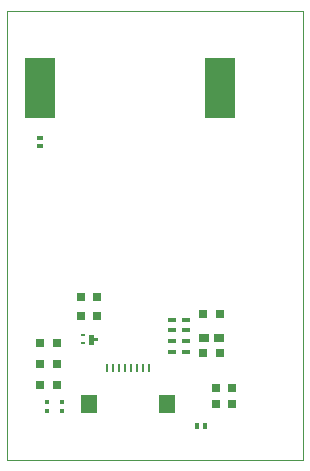
<source format=gtp>
G75*
%MOIN*%
%OFA0B0*%
%FSLAX25Y25*%
%IPPOS*%
%LPD*%
%AMOC8*
5,1,8,0,0,1.08239X$1,22.5*
%
%ADD10C,0.00000*%
%ADD11R,0.00984X0.02953*%
%ADD12R,0.05512X0.05906*%
%ADD13R,0.01575X0.00984*%
%ADD14C,0.00001*%
%ADD15R,0.10000X0.20000*%
%ADD16R,0.03150X0.02756*%
%ADD17R,0.02362X0.01181*%
%ADD18R,0.01181X0.02362*%
%ADD19R,0.02953X0.01772*%
%ADD20R,0.02756X0.03150*%
%ADD21R,0.03642X0.02756*%
%ADD22R,0.01772X0.01378*%
D10*
X0037739Y0009674D02*
X0037739Y0159280D01*
X0136164Y0159280D01*
X0136164Y0009674D01*
X0037739Y0009674D01*
X0064983Y0048257D02*
X0066321Y0048257D01*
X0066321Y0049438D01*
X0067660Y0049438D01*
X0067660Y0050225D01*
X0066321Y0050225D01*
X0066321Y0051406D01*
X0064983Y0051406D01*
X0064983Y0048257D01*
D11*
X0071006Y0040383D03*
X0072975Y0040383D03*
X0074943Y0040383D03*
X0076912Y0040383D03*
X0078880Y0040383D03*
X0080849Y0040383D03*
X0082817Y0040383D03*
X0084786Y0040383D03*
D12*
X0090888Y0028375D03*
X0064904Y0028375D03*
D13*
X0062935Y0048552D03*
X0062935Y0051111D03*
D14*
X0064983Y0051118D02*
X0066321Y0051118D01*
X0066321Y0051119D02*
X0064983Y0051119D01*
X0064983Y0051120D02*
X0066321Y0051120D01*
X0066321Y0051121D02*
X0064983Y0051121D01*
X0064983Y0051122D02*
X0066321Y0051122D01*
X0066321Y0051123D02*
X0064983Y0051123D01*
X0064983Y0051124D02*
X0066321Y0051124D01*
X0066321Y0051125D02*
X0064983Y0051125D01*
X0064983Y0051126D02*
X0066321Y0051126D01*
X0066321Y0051127D02*
X0064983Y0051127D01*
X0064983Y0051128D02*
X0066321Y0051128D01*
X0066321Y0051129D02*
X0064983Y0051129D01*
X0064983Y0051130D02*
X0066321Y0051130D01*
X0066321Y0051131D02*
X0064983Y0051131D01*
X0064983Y0051132D02*
X0066321Y0051132D01*
X0066321Y0051133D02*
X0064983Y0051133D01*
X0064983Y0051134D02*
X0066321Y0051134D01*
X0066321Y0051135D02*
X0064983Y0051135D01*
X0064983Y0051136D02*
X0066321Y0051136D01*
X0066321Y0051137D02*
X0064983Y0051137D01*
X0064983Y0051138D02*
X0066321Y0051138D01*
X0066321Y0051139D02*
X0064983Y0051139D01*
X0064983Y0051140D02*
X0066321Y0051140D01*
X0066321Y0051141D02*
X0064983Y0051141D01*
X0064983Y0051142D02*
X0066321Y0051142D01*
X0066321Y0051143D02*
X0064983Y0051143D01*
X0064983Y0051144D02*
X0066321Y0051144D01*
X0064983Y0051144D01*
X0064983Y0051145D02*
X0066321Y0051145D01*
X0066321Y0051146D02*
X0064983Y0051146D01*
X0064983Y0051147D02*
X0066321Y0051147D01*
X0066321Y0051148D02*
X0064983Y0051148D01*
X0064983Y0051149D02*
X0066321Y0051149D01*
X0066321Y0051150D02*
X0064983Y0051150D01*
X0064983Y0051151D02*
X0066321Y0051151D01*
X0066321Y0051152D02*
X0064983Y0051152D01*
X0064983Y0051153D02*
X0066321Y0051153D01*
X0066321Y0051154D02*
X0064983Y0051154D01*
X0064983Y0051155D02*
X0066321Y0051155D01*
X0066321Y0051156D02*
X0064983Y0051156D01*
X0064983Y0051157D02*
X0066321Y0051157D01*
X0066321Y0051158D02*
X0064983Y0051158D01*
X0064983Y0051159D02*
X0066321Y0051159D01*
X0066321Y0051160D02*
X0064983Y0051160D01*
X0064983Y0051161D02*
X0066321Y0051161D01*
X0066321Y0051162D02*
X0064983Y0051162D01*
X0064983Y0051163D02*
X0066321Y0051163D01*
X0066321Y0051164D02*
X0064983Y0051164D01*
X0064983Y0051165D02*
X0066321Y0051165D01*
X0066321Y0051166D02*
X0064983Y0051166D01*
X0064983Y0051167D02*
X0066321Y0051167D01*
X0066321Y0051168D02*
X0064983Y0051168D01*
X0064983Y0051169D02*
X0066321Y0051169D01*
X0066321Y0051170D02*
X0064983Y0051170D01*
X0064983Y0051171D02*
X0066321Y0051171D01*
X0066321Y0051172D02*
X0064983Y0051172D01*
X0064983Y0051173D02*
X0066321Y0051173D01*
X0066321Y0051174D02*
X0064983Y0051174D01*
X0064983Y0051175D02*
X0066321Y0051175D01*
X0066321Y0051176D02*
X0064983Y0051176D01*
X0064983Y0051177D02*
X0066321Y0051177D01*
X0066321Y0051178D02*
X0064983Y0051178D01*
X0064983Y0051179D02*
X0066321Y0051179D01*
X0066321Y0051180D02*
X0064983Y0051180D01*
X0064983Y0051181D02*
X0066321Y0051181D01*
X0066321Y0051182D02*
X0064983Y0051182D01*
X0064983Y0051183D02*
X0066321Y0051183D01*
X0066321Y0051184D02*
X0064983Y0051184D01*
X0064983Y0051185D02*
X0066321Y0051185D01*
X0066321Y0051186D02*
X0064983Y0051186D01*
X0064983Y0051187D02*
X0066321Y0051187D01*
X0066321Y0051188D02*
X0064983Y0051188D01*
X0064983Y0051189D02*
X0066321Y0051189D01*
X0066321Y0051190D02*
X0064983Y0051190D01*
X0064983Y0051191D02*
X0066321Y0051191D01*
X0066321Y0051192D02*
X0064983Y0051192D01*
X0064983Y0051193D02*
X0066321Y0051193D01*
X0066321Y0051194D02*
X0064983Y0051194D01*
X0064983Y0051195D02*
X0066321Y0051195D01*
X0066321Y0051196D02*
X0064983Y0051196D01*
X0064983Y0051197D02*
X0066321Y0051197D01*
X0066321Y0051198D02*
X0064983Y0051198D01*
X0064983Y0051199D02*
X0066321Y0051199D01*
X0066321Y0051200D02*
X0064983Y0051200D01*
X0064983Y0051201D02*
X0066321Y0051201D01*
X0066321Y0051202D02*
X0064983Y0051202D01*
X0064983Y0051203D02*
X0066321Y0051203D01*
X0066321Y0051204D02*
X0064983Y0051204D01*
X0064983Y0051205D02*
X0066321Y0051205D01*
X0066321Y0051206D02*
X0064983Y0051206D01*
X0066321Y0051206D01*
X0066321Y0051207D02*
X0064983Y0051207D01*
X0064983Y0051208D02*
X0066321Y0051208D01*
X0066321Y0051209D02*
X0064983Y0051209D01*
X0064983Y0051210D02*
X0066321Y0051210D01*
X0066321Y0051211D02*
X0064983Y0051211D01*
X0064983Y0051212D02*
X0066321Y0051212D01*
X0066321Y0051213D02*
X0064983Y0051213D01*
X0064983Y0051214D02*
X0066321Y0051214D01*
X0066321Y0051215D02*
X0064983Y0051215D01*
X0064983Y0051216D02*
X0066321Y0051216D01*
X0066321Y0051217D02*
X0064983Y0051217D01*
X0064983Y0051218D02*
X0066321Y0051218D01*
X0066321Y0051219D02*
X0064983Y0051219D01*
X0064983Y0051220D02*
X0066321Y0051220D01*
X0066321Y0051221D02*
X0064983Y0051221D01*
X0064983Y0051222D02*
X0066321Y0051222D01*
X0066321Y0051223D02*
X0064983Y0051223D01*
X0064983Y0051224D02*
X0066321Y0051224D01*
X0066321Y0051225D02*
X0064983Y0051225D01*
X0064983Y0051226D02*
X0066321Y0051226D01*
X0066321Y0051227D02*
X0064983Y0051227D01*
X0064983Y0051228D02*
X0066321Y0051228D01*
X0066321Y0051229D02*
X0064983Y0051229D01*
X0064983Y0051230D02*
X0066321Y0051230D01*
X0066321Y0051231D02*
X0064983Y0051231D01*
X0064983Y0051232D02*
X0066321Y0051232D01*
X0066321Y0051233D02*
X0064983Y0051233D01*
X0064983Y0051234D02*
X0066321Y0051234D01*
X0066321Y0051235D02*
X0064983Y0051235D01*
X0064983Y0051236D02*
X0066321Y0051236D01*
X0066321Y0051237D02*
X0064983Y0051237D01*
X0064983Y0051238D02*
X0066321Y0051238D01*
X0066321Y0051239D02*
X0064983Y0051239D01*
X0064983Y0051240D02*
X0066321Y0051240D01*
X0066321Y0051241D02*
X0064983Y0051241D01*
X0064983Y0051242D02*
X0066321Y0051242D01*
X0066321Y0051243D02*
X0064983Y0051243D01*
X0064983Y0051244D02*
X0066321Y0051244D01*
X0066321Y0051245D02*
X0064983Y0051245D01*
X0064983Y0051246D02*
X0066321Y0051246D01*
X0066321Y0051247D02*
X0064983Y0051247D01*
X0064983Y0051248D02*
X0066321Y0051248D01*
X0066321Y0051249D02*
X0064983Y0051249D01*
X0064983Y0051250D02*
X0066321Y0051250D01*
X0066321Y0051251D02*
X0064983Y0051251D01*
X0064983Y0051252D02*
X0066321Y0051252D01*
X0066321Y0051253D02*
X0064983Y0051253D01*
X0064983Y0051254D02*
X0066321Y0051254D01*
X0066321Y0051255D02*
X0064983Y0051255D01*
X0064983Y0051256D02*
X0066321Y0051256D01*
X0066321Y0051257D02*
X0064983Y0051257D01*
X0064983Y0051258D02*
X0066321Y0051258D01*
X0066321Y0051259D02*
X0064983Y0051259D01*
X0064983Y0051260D02*
X0066321Y0051260D01*
X0066321Y0051261D02*
X0064983Y0051261D01*
X0064983Y0051262D02*
X0066321Y0051262D01*
X0066321Y0051263D02*
X0064983Y0051263D01*
X0064983Y0051264D02*
X0066321Y0051264D01*
X0066321Y0051265D02*
X0064983Y0051265D01*
X0064983Y0051266D02*
X0066321Y0051266D01*
X0066321Y0051267D02*
X0064983Y0051267D01*
X0064983Y0051268D02*
X0066321Y0051268D01*
X0066321Y0051269D02*
X0064983Y0051269D01*
X0066321Y0051269D01*
X0066321Y0051270D02*
X0064983Y0051270D01*
X0064983Y0051271D02*
X0066321Y0051271D01*
X0066321Y0051272D02*
X0064983Y0051272D01*
X0064983Y0051273D02*
X0066321Y0051273D01*
X0066321Y0051274D02*
X0064983Y0051274D01*
X0064983Y0051275D02*
X0066321Y0051275D01*
X0066321Y0051276D02*
X0064983Y0051276D01*
X0064983Y0051277D02*
X0066321Y0051277D01*
X0066321Y0051278D02*
X0064983Y0051278D01*
X0064983Y0051279D02*
X0066321Y0051279D01*
X0066321Y0051280D02*
X0064983Y0051280D01*
X0064983Y0051281D02*
X0066321Y0051281D01*
X0066321Y0051282D02*
X0064983Y0051282D01*
X0064983Y0051283D02*
X0066321Y0051283D01*
X0066321Y0051284D02*
X0064983Y0051284D01*
X0064983Y0051285D02*
X0066321Y0051285D01*
X0066321Y0051286D02*
X0064983Y0051286D01*
X0064983Y0051287D02*
X0066321Y0051287D01*
X0066321Y0051288D02*
X0064983Y0051288D01*
X0064983Y0051289D02*
X0066321Y0051289D01*
X0066321Y0051290D02*
X0064983Y0051290D01*
X0064983Y0051291D02*
X0066321Y0051291D01*
X0066321Y0051292D02*
X0064983Y0051292D01*
X0064983Y0051293D02*
X0066321Y0051293D01*
X0066321Y0051294D02*
X0064983Y0051294D01*
X0064983Y0051295D02*
X0066321Y0051295D01*
X0066321Y0051296D02*
X0064983Y0051296D01*
X0064983Y0051297D02*
X0066321Y0051297D01*
X0066321Y0051298D02*
X0064983Y0051298D01*
X0064983Y0051299D02*
X0066321Y0051299D01*
X0066321Y0051300D02*
X0064983Y0051300D01*
X0064983Y0051301D02*
X0066321Y0051301D01*
X0066321Y0051302D02*
X0064983Y0051302D01*
X0064983Y0051303D02*
X0066321Y0051303D01*
X0066321Y0051304D02*
X0064983Y0051304D01*
X0064983Y0051305D02*
X0066321Y0051305D01*
X0066321Y0051306D02*
X0064983Y0051306D01*
X0064983Y0051307D02*
X0066321Y0051307D01*
X0066321Y0051308D02*
X0064983Y0051308D01*
X0064983Y0051309D02*
X0066321Y0051309D01*
X0066321Y0051310D02*
X0064983Y0051310D01*
X0064983Y0051311D02*
X0066321Y0051311D01*
X0066321Y0051312D02*
X0064983Y0051312D01*
X0064983Y0051313D02*
X0066321Y0051313D01*
X0066321Y0051314D02*
X0064983Y0051314D01*
X0064983Y0051315D02*
X0066321Y0051315D01*
X0066321Y0051316D02*
X0064983Y0051316D01*
X0064983Y0051317D02*
X0066321Y0051317D01*
X0066321Y0051318D02*
X0064983Y0051318D01*
X0064983Y0051319D02*
X0066321Y0051319D01*
X0066321Y0051320D02*
X0064983Y0051320D01*
X0064983Y0051321D02*
X0066321Y0051321D01*
X0066321Y0051322D02*
X0064983Y0051322D01*
X0064983Y0051323D02*
X0066321Y0051323D01*
X0066321Y0051324D02*
X0064983Y0051324D01*
X0064983Y0051325D02*
X0066321Y0051325D01*
X0066321Y0051326D02*
X0064983Y0051326D01*
X0064983Y0051327D02*
X0066321Y0051327D01*
X0066321Y0051328D02*
X0064983Y0051328D01*
X0064983Y0051329D02*
X0066321Y0051329D01*
X0066321Y0051330D02*
X0064983Y0051330D01*
X0064983Y0051331D02*
X0066321Y0051331D01*
X0064983Y0051331D01*
X0064983Y0051332D02*
X0066321Y0051332D01*
X0066321Y0051333D02*
X0064983Y0051333D01*
X0064983Y0051334D02*
X0066321Y0051334D01*
X0066321Y0051335D02*
X0064983Y0051335D01*
X0064983Y0051336D02*
X0066321Y0051336D01*
X0066321Y0051337D02*
X0064983Y0051337D01*
X0064983Y0051338D02*
X0066321Y0051338D01*
X0066321Y0051339D02*
X0064983Y0051339D01*
X0064983Y0051340D02*
X0066321Y0051340D01*
X0066321Y0051341D02*
X0064983Y0051341D01*
X0064983Y0051342D02*
X0066321Y0051342D01*
X0066321Y0051343D02*
X0064983Y0051343D01*
X0064983Y0051344D02*
X0066321Y0051344D01*
X0066321Y0051345D02*
X0064983Y0051345D01*
X0064983Y0051346D02*
X0066321Y0051346D01*
X0066321Y0051347D02*
X0064983Y0051347D01*
X0064983Y0051348D02*
X0066321Y0051348D01*
X0066321Y0051349D02*
X0064983Y0051349D01*
X0064983Y0051350D02*
X0066321Y0051350D01*
X0066321Y0051351D02*
X0064983Y0051351D01*
X0064983Y0051352D02*
X0066321Y0051352D01*
X0066321Y0051353D02*
X0064983Y0051353D01*
X0064983Y0051354D02*
X0066321Y0051354D01*
X0066321Y0051355D02*
X0064983Y0051355D01*
X0064983Y0051356D02*
X0066321Y0051356D01*
X0066321Y0051357D02*
X0064983Y0051357D01*
X0064983Y0051358D02*
X0066321Y0051358D01*
X0066321Y0051359D02*
X0064983Y0051359D01*
X0064983Y0051360D02*
X0066321Y0051360D01*
X0066321Y0051361D02*
X0064983Y0051361D01*
X0064983Y0051362D02*
X0066321Y0051362D01*
X0066321Y0051363D02*
X0064983Y0051363D01*
X0064983Y0051364D02*
X0066321Y0051364D01*
X0066321Y0051365D02*
X0064983Y0051365D01*
X0064983Y0051366D02*
X0066321Y0051366D01*
X0066321Y0051367D02*
X0064983Y0051367D01*
X0064983Y0051368D02*
X0066321Y0051368D01*
X0066321Y0051369D02*
X0064983Y0051369D01*
X0064983Y0051370D02*
X0066321Y0051370D01*
X0066321Y0051371D02*
X0064983Y0051371D01*
X0064983Y0051372D02*
X0066321Y0051372D01*
X0066321Y0051373D02*
X0064983Y0051373D01*
X0064983Y0051374D02*
X0066321Y0051374D01*
X0066321Y0051375D02*
X0064983Y0051375D01*
X0064983Y0051376D02*
X0066321Y0051376D01*
X0066321Y0051377D02*
X0064983Y0051377D01*
X0064983Y0051378D02*
X0066321Y0051378D01*
X0066321Y0051379D02*
X0064983Y0051379D01*
X0064983Y0051380D02*
X0066321Y0051380D01*
X0066321Y0051381D02*
X0064983Y0051381D01*
X0064983Y0051382D02*
X0066321Y0051382D01*
X0066321Y0051383D02*
X0064983Y0051383D01*
X0064983Y0051384D02*
X0066321Y0051384D01*
X0066321Y0051385D02*
X0064983Y0051385D01*
X0064983Y0051386D02*
X0066321Y0051386D01*
X0066321Y0051387D02*
X0064983Y0051387D01*
X0064983Y0051388D02*
X0066321Y0051388D01*
X0066321Y0051389D02*
X0064983Y0051389D01*
X0064983Y0051390D02*
X0066321Y0051390D01*
X0066321Y0051391D02*
X0064983Y0051391D01*
X0064983Y0051392D02*
X0066321Y0051392D01*
X0066321Y0051393D02*
X0064983Y0051393D01*
X0064983Y0051394D02*
X0066321Y0051394D01*
X0064983Y0051394D01*
X0064983Y0051395D02*
X0066321Y0051395D01*
X0066321Y0051396D02*
X0064983Y0051396D01*
X0064983Y0051397D02*
X0066321Y0051397D01*
X0066321Y0051398D02*
X0064983Y0051398D01*
X0064983Y0051399D02*
X0066321Y0051399D01*
X0066321Y0051400D02*
X0064983Y0051400D01*
X0064983Y0051401D02*
X0066321Y0051401D01*
X0066321Y0051402D02*
X0064983Y0051402D01*
X0064983Y0051403D02*
X0066321Y0051403D01*
X0066321Y0051404D02*
X0064983Y0051404D01*
X0064983Y0051405D02*
X0066321Y0051405D01*
X0066321Y0051117D02*
X0064983Y0051117D01*
X0064983Y0051116D02*
X0066321Y0051116D01*
X0066321Y0051115D02*
X0064983Y0051115D01*
X0064983Y0051114D02*
X0066321Y0051114D01*
X0066321Y0051113D02*
X0064983Y0051113D01*
X0064983Y0051112D02*
X0066321Y0051112D01*
X0066321Y0051111D02*
X0064983Y0051111D01*
X0064983Y0051110D02*
X0066321Y0051110D01*
X0066321Y0051109D02*
X0064983Y0051109D01*
X0064983Y0051108D02*
X0066321Y0051108D01*
X0066321Y0051107D02*
X0064983Y0051107D01*
X0064983Y0051106D02*
X0066321Y0051106D01*
X0066321Y0051105D02*
X0064983Y0051105D01*
X0064983Y0051104D02*
X0066321Y0051104D01*
X0066321Y0051103D02*
X0064983Y0051103D01*
X0064983Y0051102D02*
X0066321Y0051102D01*
X0066321Y0051101D02*
X0064983Y0051101D01*
X0064983Y0051100D02*
X0066321Y0051100D01*
X0066321Y0051099D02*
X0064983Y0051099D01*
X0064983Y0051098D02*
X0066321Y0051098D01*
X0066321Y0051097D02*
X0064983Y0051097D01*
X0064983Y0051096D02*
X0066321Y0051096D01*
X0066321Y0051095D02*
X0064983Y0051095D01*
X0064983Y0051094D02*
X0066321Y0051094D01*
X0066321Y0051093D02*
X0064983Y0051093D01*
X0064983Y0051092D02*
X0066321Y0051092D01*
X0066321Y0051091D02*
X0064983Y0051091D01*
X0064983Y0051090D02*
X0066321Y0051090D01*
X0066321Y0051089D02*
X0064983Y0051089D01*
X0064983Y0051088D02*
X0066321Y0051088D01*
X0066321Y0051087D02*
X0064983Y0051087D01*
X0064983Y0051086D02*
X0066321Y0051086D01*
X0066321Y0051085D02*
X0064983Y0051085D01*
X0064983Y0051084D02*
X0066321Y0051084D01*
X0066321Y0051083D02*
X0064983Y0051083D01*
X0064983Y0051082D02*
X0066321Y0051082D01*
X0066321Y0051081D02*
X0064983Y0051081D01*
X0066321Y0051081D01*
X0066321Y0051080D02*
X0064983Y0051080D01*
X0064983Y0051079D02*
X0066321Y0051079D01*
X0066321Y0051078D02*
X0064983Y0051078D01*
X0064983Y0051077D02*
X0066321Y0051077D01*
X0066321Y0051076D02*
X0064983Y0051076D01*
X0064983Y0051075D02*
X0066321Y0051075D01*
X0066321Y0051074D02*
X0064983Y0051074D01*
X0064983Y0051073D02*
X0066321Y0051073D01*
X0066321Y0051072D02*
X0064983Y0051072D01*
X0064983Y0051071D02*
X0066321Y0051071D01*
X0066321Y0051070D02*
X0064983Y0051070D01*
X0064983Y0051069D02*
X0066321Y0051069D01*
X0066321Y0051068D02*
X0064983Y0051068D01*
X0064983Y0051067D02*
X0066321Y0051067D01*
X0066321Y0051066D02*
X0064983Y0051066D01*
X0064983Y0051065D02*
X0066321Y0051065D01*
X0066321Y0051064D02*
X0064983Y0051064D01*
X0064983Y0051063D02*
X0066321Y0051063D01*
X0066321Y0051062D02*
X0064983Y0051062D01*
X0064983Y0051061D02*
X0066321Y0051061D01*
X0066321Y0051060D02*
X0064983Y0051060D01*
X0064983Y0051059D02*
X0066321Y0051059D01*
X0066321Y0051058D02*
X0064983Y0051058D01*
X0064983Y0051057D02*
X0066321Y0051057D01*
X0066321Y0051056D02*
X0064983Y0051056D01*
X0064983Y0051055D02*
X0066321Y0051055D01*
X0066321Y0051054D02*
X0064983Y0051054D01*
X0064983Y0051053D02*
X0066321Y0051053D01*
X0066321Y0051052D02*
X0064983Y0051052D01*
X0064983Y0051051D02*
X0066321Y0051051D01*
X0066321Y0051050D02*
X0064983Y0051050D01*
X0064983Y0051049D02*
X0066321Y0051049D01*
X0066321Y0051048D02*
X0064983Y0051048D01*
X0064983Y0051047D02*
X0066321Y0051047D01*
X0066321Y0051046D02*
X0064983Y0051046D01*
X0064983Y0051045D02*
X0066321Y0051045D01*
X0066321Y0051044D02*
X0064983Y0051044D01*
X0064983Y0051043D02*
X0066321Y0051043D01*
X0066321Y0051042D02*
X0064983Y0051042D01*
X0064983Y0051041D02*
X0066321Y0051041D01*
X0066321Y0051040D02*
X0064983Y0051040D01*
X0064983Y0051039D02*
X0066321Y0051039D01*
X0066321Y0051038D02*
X0064983Y0051038D01*
X0064983Y0051037D02*
X0066321Y0051037D01*
X0066321Y0051036D02*
X0064983Y0051036D01*
X0064983Y0051035D02*
X0066321Y0051035D01*
X0066321Y0051034D02*
X0064983Y0051034D01*
X0064983Y0051033D02*
X0066321Y0051033D01*
X0066321Y0051032D02*
X0064983Y0051032D01*
X0064983Y0051031D02*
X0066321Y0051031D01*
X0066321Y0051030D02*
X0064983Y0051030D01*
X0064983Y0051029D02*
X0066321Y0051029D01*
X0066321Y0051028D02*
X0064983Y0051028D01*
X0064983Y0051027D02*
X0066321Y0051027D01*
X0066321Y0051026D02*
X0064983Y0051026D01*
X0064983Y0051025D02*
X0066321Y0051025D01*
X0066321Y0051024D02*
X0064983Y0051024D01*
X0064983Y0051023D02*
X0066321Y0051023D01*
X0066321Y0051022D02*
X0064983Y0051022D01*
X0064983Y0051021D02*
X0066321Y0051021D01*
X0066321Y0051020D02*
X0064983Y0051020D01*
X0064983Y0051019D02*
X0066321Y0051019D01*
X0064983Y0051019D01*
X0064983Y0051018D02*
X0066321Y0051018D01*
X0066321Y0051017D02*
X0064983Y0051017D01*
X0064983Y0051016D02*
X0066321Y0051016D01*
X0066321Y0051015D02*
X0064983Y0051015D01*
X0064983Y0051014D02*
X0066321Y0051014D01*
X0066321Y0051013D02*
X0064983Y0051013D01*
X0064983Y0051012D02*
X0066321Y0051012D01*
X0066321Y0051011D02*
X0064983Y0051011D01*
X0064983Y0051010D02*
X0066321Y0051010D01*
X0066321Y0051009D02*
X0064983Y0051009D01*
X0064983Y0051008D02*
X0066321Y0051008D01*
X0066321Y0051007D02*
X0064983Y0051007D01*
X0064983Y0051006D02*
X0066321Y0051006D01*
X0066321Y0051005D02*
X0064983Y0051005D01*
X0064983Y0051004D02*
X0066321Y0051004D01*
X0066321Y0051003D02*
X0064983Y0051003D01*
X0064983Y0051002D02*
X0066321Y0051002D01*
X0066321Y0051001D02*
X0064983Y0051001D01*
X0064983Y0051000D02*
X0066321Y0051000D01*
X0066321Y0050999D02*
X0064983Y0050999D01*
X0064983Y0050998D02*
X0066321Y0050998D01*
X0066321Y0050997D02*
X0064983Y0050997D01*
X0064983Y0050996D02*
X0066321Y0050996D01*
X0066321Y0050995D02*
X0064983Y0050995D01*
X0064983Y0050994D02*
X0066321Y0050994D01*
X0066321Y0050993D02*
X0064983Y0050993D01*
X0064983Y0050992D02*
X0066321Y0050992D01*
X0066321Y0050991D02*
X0064983Y0050991D01*
X0064983Y0050990D02*
X0066321Y0050990D01*
X0066321Y0050989D02*
X0064983Y0050989D01*
X0064983Y0050988D02*
X0066321Y0050988D01*
X0066321Y0050987D02*
X0064983Y0050987D01*
X0064983Y0050986D02*
X0066321Y0050986D01*
X0066321Y0050985D02*
X0064983Y0050985D01*
X0064983Y0050984D02*
X0066321Y0050984D01*
X0066321Y0050983D02*
X0064983Y0050983D01*
X0064983Y0050982D02*
X0066321Y0050982D01*
X0066321Y0050981D02*
X0064983Y0050981D01*
X0064983Y0050980D02*
X0066321Y0050980D01*
X0066321Y0050979D02*
X0064983Y0050979D01*
X0064983Y0050978D02*
X0066321Y0050978D01*
X0066321Y0050977D02*
X0064983Y0050977D01*
X0064983Y0050976D02*
X0066321Y0050976D01*
X0066321Y0050975D02*
X0064983Y0050975D01*
X0064983Y0050974D02*
X0066321Y0050974D01*
X0066321Y0050973D02*
X0064983Y0050973D01*
X0064983Y0050972D02*
X0066321Y0050972D01*
X0066321Y0050971D02*
X0064983Y0050971D01*
X0064983Y0050970D02*
X0066321Y0050970D01*
X0066321Y0050969D02*
X0064983Y0050969D01*
X0064983Y0050968D02*
X0066321Y0050968D01*
X0066321Y0050967D02*
X0064983Y0050967D01*
X0064983Y0050966D02*
X0066321Y0050966D01*
X0066321Y0050965D02*
X0064983Y0050965D01*
X0064983Y0050964D02*
X0066321Y0050964D01*
X0066321Y0050963D02*
X0064983Y0050963D01*
X0064983Y0050962D02*
X0066321Y0050962D01*
X0066321Y0050961D02*
X0064983Y0050961D01*
X0064983Y0050960D02*
X0066321Y0050960D01*
X0066321Y0050959D02*
X0064983Y0050959D01*
X0064983Y0050958D02*
X0066321Y0050958D01*
X0066321Y0050957D02*
X0064983Y0050957D01*
X0064983Y0050956D02*
X0066321Y0050956D01*
X0064983Y0050956D01*
X0064983Y0050955D02*
X0066321Y0050955D01*
X0066321Y0050954D02*
X0064983Y0050954D01*
X0064983Y0050953D02*
X0066321Y0050953D01*
X0066321Y0050952D02*
X0064983Y0050952D01*
X0064983Y0050951D02*
X0066321Y0050951D01*
X0066321Y0050950D02*
X0064983Y0050950D01*
X0064983Y0050949D02*
X0066321Y0050949D01*
X0066321Y0050948D02*
X0064983Y0050948D01*
X0064983Y0050947D02*
X0066321Y0050947D01*
X0066321Y0050946D02*
X0064983Y0050946D01*
X0064983Y0050945D02*
X0066321Y0050945D01*
X0066321Y0050944D02*
X0064983Y0050944D01*
X0064983Y0050943D02*
X0066321Y0050943D01*
X0066321Y0050942D02*
X0064983Y0050942D01*
X0064983Y0050941D02*
X0066321Y0050941D01*
X0066321Y0050940D02*
X0064983Y0050940D01*
X0064983Y0050939D02*
X0066321Y0050939D01*
X0066321Y0050938D02*
X0064983Y0050938D01*
X0064983Y0050937D02*
X0066321Y0050937D01*
X0066321Y0050936D02*
X0064983Y0050936D01*
X0064983Y0050935D02*
X0066321Y0050935D01*
X0066321Y0050934D02*
X0064983Y0050934D01*
X0064983Y0050933D02*
X0066321Y0050933D01*
X0066321Y0050932D02*
X0064983Y0050932D01*
X0064983Y0050931D02*
X0066321Y0050931D01*
X0066321Y0050930D02*
X0064983Y0050930D01*
X0064983Y0050929D02*
X0066321Y0050929D01*
X0066321Y0050928D02*
X0064983Y0050928D01*
X0064983Y0050927D02*
X0066321Y0050927D01*
X0066321Y0050926D02*
X0064983Y0050926D01*
X0064983Y0050925D02*
X0066321Y0050925D01*
X0066321Y0050924D02*
X0064983Y0050924D01*
X0064983Y0050923D02*
X0066321Y0050923D01*
X0066321Y0050922D02*
X0064983Y0050922D01*
X0064983Y0050921D02*
X0066321Y0050921D01*
X0066321Y0050920D02*
X0064983Y0050920D01*
X0064983Y0050919D02*
X0066321Y0050919D01*
X0066321Y0050918D02*
X0064983Y0050918D01*
X0064983Y0050917D02*
X0066321Y0050917D01*
X0066321Y0050916D02*
X0064983Y0050916D01*
X0064983Y0050915D02*
X0066321Y0050915D01*
X0066321Y0050914D02*
X0064983Y0050914D01*
X0064983Y0050913D02*
X0066321Y0050913D01*
X0066321Y0050912D02*
X0064983Y0050912D01*
X0064983Y0050911D02*
X0066321Y0050911D01*
X0066321Y0050910D02*
X0064983Y0050910D01*
X0064983Y0050909D02*
X0066321Y0050909D01*
X0066321Y0050908D02*
X0064983Y0050908D01*
X0064983Y0050907D02*
X0066321Y0050907D01*
X0066321Y0050906D02*
X0064983Y0050906D01*
X0064983Y0050905D02*
X0066321Y0050905D01*
X0066321Y0050904D02*
X0064983Y0050904D01*
X0064983Y0050903D02*
X0066321Y0050903D01*
X0066321Y0050902D02*
X0064983Y0050902D01*
X0064983Y0050901D02*
X0066321Y0050901D01*
X0066321Y0050900D02*
X0064983Y0050900D01*
X0064983Y0050899D02*
X0066321Y0050899D01*
X0066321Y0050898D02*
X0064983Y0050898D01*
X0064983Y0050897D02*
X0066321Y0050897D01*
X0066321Y0050896D02*
X0064983Y0050896D01*
X0064983Y0050895D02*
X0066321Y0050895D01*
X0066321Y0050894D02*
X0064983Y0050894D01*
X0066321Y0050894D01*
X0066321Y0050893D02*
X0064983Y0050893D01*
X0064983Y0050892D02*
X0066321Y0050892D01*
X0066321Y0050891D02*
X0064983Y0050891D01*
X0064983Y0050890D02*
X0066321Y0050890D01*
X0066321Y0050889D02*
X0064983Y0050889D01*
X0064983Y0050888D02*
X0066321Y0050888D01*
X0066321Y0050887D02*
X0064983Y0050887D01*
X0064983Y0050886D02*
X0066321Y0050886D01*
X0066321Y0050885D02*
X0064983Y0050885D01*
X0064983Y0050884D02*
X0066321Y0050884D01*
X0066321Y0050883D02*
X0064983Y0050883D01*
X0064983Y0050882D02*
X0066321Y0050882D01*
X0066321Y0050881D02*
X0064983Y0050881D01*
X0064983Y0050880D02*
X0066321Y0050880D01*
X0066321Y0050879D02*
X0064983Y0050879D01*
X0064983Y0050878D02*
X0066321Y0050878D01*
X0066321Y0050877D02*
X0064983Y0050877D01*
X0064983Y0050876D02*
X0066321Y0050876D01*
X0066321Y0050875D02*
X0064983Y0050875D01*
X0064983Y0050874D02*
X0066321Y0050874D01*
X0066321Y0050873D02*
X0064983Y0050873D01*
X0064983Y0050872D02*
X0066321Y0050872D01*
X0066321Y0050871D02*
X0064983Y0050871D01*
X0064983Y0050870D02*
X0066321Y0050870D01*
X0066321Y0050869D02*
X0064983Y0050869D01*
X0064983Y0050868D02*
X0066321Y0050868D01*
X0066321Y0050867D02*
X0064983Y0050867D01*
X0064983Y0050866D02*
X0066321Y0050866D01*
X0066321Y0050865D02*
X0064983Y0050865D01*
X0064983Y0050864D02*
X0066321Y0050864D01*
X0066321Y0050863D02*
X0064983Y0050863D01*
X0064983Y0050862D02*
X0066321Y0050862D01*
X0066321Y0050861D02*
X0064983Y0050861D01*
X0064983Y0050860D02*
X0066321Y0050860D01*
X0066321Y0050859D02*
X0064983Y0050859D01*
X0064983Y0050858D02*
X0066321Y0050858D01*
X0066321Y0050857D02*
X0064983Y0050857D01*
X0064983Y0050856D02*
X0066321Y0050856D01*
X0066321Y0050855D02*
X0064983Y0050855D01*
X0064983Y0050854D02*
X0066321Y0050854D01*
X0066321Y0050853D02*
X0064983Y0050853D01*
X0064983Y0050852D02*
X0066321Y0050852D01*
X0066321Y0050851D02*
X0064983Y0050851D01*
X0064983Y0050850D02*
X0066321Y0050850D01*
X0066321Y0050849D02*
X0064983Y0050849D01*
X0064983Y0050848D02*
X0066321Y0050848D01*
X0066321Y0050847D02*
X0064983Y0050847D01*
X0064983Y0050846D02*
X0066321Y0050846D01*
X0066321Y0050845D02*
X0064983Y0050845D01*
X0064983Y0050844D02*
X0066321Y0050844D01*
X0066321Y0050843D02*
X0064983Y0050843D01*
X0064983Y0050842D02*
X0066321Y0050842D01*
X0066321Y0050841D02*
X0064983Y0050841D01*
X0064983Y0050840D02*
X0066321Y0050840D01*
X0066321Y0050839D02*
X0064983Y0050839D01*
X0064983Y0050838D02*
X0066321Y0050838D01*
X0066321Y0050837D02*
X0064983Y0050837D01*
X0064983Y0050836D02*
X0066321Y0050836D01*
X0066321Y0050835D02*
X0064983Y0050835D01*
X0064983Y0050834D02*
X0066321Y0050834D01*
X0066321Y0050833D02*
X0064983Y0050833D01*
X0064983Y0050832D02*
X0066321Y0050832D01*
X0066321Y0050831D02*
X0064983Y0050831D01*
X0066321Y0050831D01*
X0066321Y0050830D02*
X0064983Y0050830D01*
X0064983Y0050829D02*
X0066321Y0050829D01*
X0066321Y0050828D02*
X0064983Y0050828D01*
X0064983Y0050827D02*
X0066321Y0050827D01*
X0066321Y0050826D02*
X0064983Y0050826D01*
X0064983Y0050825D02*
X0066321Y0050825D01*
X0066321Y0050824D02*
X0064983Y0050824D01*
X0064983Y0050823D02*
X0066321Y0050823D01*
X0066321Y0050822D02*
X0064983Y0050822D01*
X0064983Y0050821D02*
X0066321Y0050821D01*
X0066321Y0050820D02*
X0064983Y0050820D01*
X0064983Y0050819D02*
X0066321Y0050819D01*
X0066321Y0050818D02*
X0064983Y0050818D01*
X0064983Y0050817D02*
X0066321Y0050817D01*
X0066321Y0050816D02*
X0064983Y0050816D01*
X0064983Y0050815D02*
X0066321Y0050815D01*
X0066321Y0050814D02*
X0064983Y0050814D01*
X0064983Y0050813D02*
X0066321Y0050813D01*
X0066321Y0050812D02*
X0064983Y0050812D01*
X0064983Y0050811D02*
X0066321Y0050811D01*
X0066321Y0050810D02*
X0064983Y0050810D01*
X0064983Y0050809D02*
X0066321Y0050809D01*
X0066321Y0050808D02*
X0064983Y0050808D01*
X0064983Y0050807D02*
X0066321Y0050807D01*
X0066321Y0050806D02*
X0064983Y0050806D01*
X0064983Y0050805D02*
X0066321Y0050805D01*
X0066321Y0050804D02*
X0064983Y0050804D01*
X0064983Y0050803D02*
X0066321Y0050803D01*
X0066321Y0050802D02*
X0064983Y0050802D01*
X0064983Y0050801D02*
X0066321Y0050801D01*
X0066321Y0050800D02*
X0064983Y0050800D01*
X0064983Y0050799D02*
X0066321Y0050799D01*
X0066321Y0050798D02*
X0064983Y0050798D01*
X0064983Y0050797D02*
X0066321Y0050797D01*
X0066321Y0050796D02*
X0064983Y0050796D01*
X0064983Y0050795D02*
X0066321Y0050795D01*
X0066321Y0050794D02*
X0064983Y0050794D01*
X0064983Y0050793D02*
X0066321Y0050793D01*
X0066321Y0050792D02*
X0064983Y0050792D01*
X0064983Y0050791D02*
X0066321Y0050791D01*
X0066321Y0050790D02*
X0064983Y0050790D01*
X0064983Y0050789D02*
X0066321Y0050789D01*
X0066321Y0050788D02*
X0064983Y0050788D01*
X0064983Y0050787D02*
X0066321Y0050787D01*
X0066321Y0050786D02*
X0064983Y0050786D01*
X0064983Y0050785D02*
X0066321Y0050785D01*
X0066321Y0050784D02*
X0064983Y0050784D01*
X0064983Y0050783D02*
X0066321Y0050783D01*
X0066321Y0050782D02*
X0064983Y0050782D01*
X0064983Y0050781D02*
X0066321Y0050781D01*
X0066321Y0050780D02*
X0064983Y0050780D01*
X0064983Y0050779D02*
X0066321Y0050779D01*
X0066321Y0050778D02*
X0064983Y0050778D01*
X0064983Y0050777D02*
X0066321Y0050777D01*
X0066321Y0050776D02*
X0064983Y0050776D01*
X0064983Y0050775D02*
X0066321Y0050775D01*
X0066321Y0050774D02*
X0064983Y0050774D01*
X0064983Y0050773D02*
X0066321Y0050773D01*
X0066321Y0050772D02*
X0064983Y0050772D01*
X0064983Y0050771D02*
X0066321Y0050771D01*
X0066321Y0050770D02*
X0064983Y0050770D01*
X0064983Y0050769D02*
X0066321Y0050769D01*
X0064983Y0050769D01*
X0064983Y0050768D02*
X0066321Y0050768D01*
X0066321Y0050767D02*
X0064983Y0050767D01*
X0064983Y0050766D02*
X0066321Y0050766D01*
X0066321Y0050765D02*
X0064983Y0050765D01*
X0064983Y0050764D02*
X0066321Y0050764D01*
X0066321Y0050763D02*
X0064983Y0050763D01*
X0064983Y0050762D02*
X0066321Y0050762D01*
X0066321Y0050761D02*
X0064983Y0050761D01*
X0064983Y0050760D02*
X0066321Y0050760D01*
X0066321Y0050759D02*
X0064983Y0050759D01*
X0064983Y0050758D02*
X0066321Y0050758D01*
X0066321Y0050757D02*
X0064983Y0050757D01*
X0064983Y0050756D02*
X0066321Y0050756D01*
X0066321Y0050755D02*
X0064983Y0050755D01*
X0064983Y0050754D02*
X0066321Y0050754D01*
X0066321Y0050753D02*
X0064983Y0050753D01*
X0064983Y0050752D02*
X0066321Y0050752D01*
X0066321Y0050751D02*
X0064983Y0050751D01*
X0064983Y0050750D02*
X0066321Y0050750D01*
X0066321Y0050749D02*
X0064983Y0050749D01*
X0064983Y0050748D02*
X0066321Y0050748D01*
X0066321Y0050747D02*
X0064983Y0050747D01*
X0064983Y0050746D02*
X0066321Y0050746D01*
X0066321Y0050745D02*
X0064983Y0050745D01*
X0064983Y0050744D02*
X0066321Y0050744D01*
X0066321Y0050743D02*
X0064983Y0050743D01*
X0064983Y0050742D02*
X0066321Y0050742D01*
X0066321Y0050741D02*
X0064983Y0050741D01*
X0064983Y0050740D02*
X0066321Y0050740D01*
X0066321Y0050739D02*
X0064983Y0050739D01*
X0064983Y0050738D02*
X0066321Y0050738D01*
X0066321Y0050737D02*
X0064983Y0050737D01*
X0064983Y0050736D02*
X0066321Y0050736D01*
X0066321Y0050735D02*
X0064983Y0050735D01*
X0064983Y0050734D02*
X0066321Y0050734D01*
X0066321Y0050733D02*
X0064983Y0050733D01*
X0064983Y0050732D02*
X0066321Y0050732D01*
X0066321Y0050731D02*
X0064983Y0050731D01*
X0064983Y0050730D02*
X0066321Y0050730D01*
X0066321Y0050729D02*
X0064983Y0050729D01*
X0064983Y0050728D02*
X0066321Y0050728D01*
X0066321Y0050727D02*
X0064983Y0050727D01*
X0064983Y0050726D02*
X0066321Y0050726D01*
X0066321Y0050725D02*
X0064983Y0050725D01*
X0064983Y0050724D02*
X0066321Y0050724D01*
X0066321Y0050723D02*
X0064983Y0050723D01*
X0064983Y0050722D02*
X0066321Y0050722D01*
X0066321Y0050721D02*
X0064983Y0050721D01*
X0064983Y0050720D02*
X0066321Y0050720D01*
X0066321Y0050719D02*
X0064983Y0050719D01*
X0064983Y0050718D02*
X0066321Y0050718D01*
X0066321Y0050717D02*
X0064983Y0050717D01*
X0064983Y0050716D02*
X0066321Y0050716D01*
X0066321Y0050715D02*
X0064983Y0050715D01*
X0064983Y0050714D02*
X0066321Y0050714D01*
X0066321Y0050713D02*
X0064983Y0050713D01*
X0064983Y0050712D02*
X0066321Y0050712D01*
X0066321Y0050711D02*
X0064983Y0050711D01*
X0064983Y0050710D02*
X0066321Y0050710D01*
X0066321Y0050709D02*
X0064983Y0050709D01*
X0064983Y0050708D02*
X0066321Y0050708D01*
X0066321Y0050707D02*
X0064983Y0050707D01*
X0064983Y0050706D02*
X0066321Y0050706D01*
X0064983Y0050706D01*
X0064983Y0050705D02*
X0066321Y0050705D01*
X0066321Y0050704D02*
X0064983Y0050704D01*
X0064983Y0050703D02*
X0066321Y0050703D01*
X0066321Y0050702D02*
X0064983Y0050702D01*
X0064983Y0050701D02*
X0066321Y0050701D01*
X0066321Y0050700D02*
X0064983Y0050700D01*
X0064983Y0050699D02*
X0066321Y0050699D01*
X0066321Y0050698D02*
X0064983Y0050698D01*
X0064983Y0050697D02*
X0066321Y0050697D01*
X0066321Y0050696D02*
X0064983Y0050696D01*
X0064983Y0050695D02*
X0066321Y0050695D01*
X0066321Y0050694D02*
X0064983Y0050694D01*
X0064983Y0050693D02*
X0066321Y0050693D01*
X0066321Y0050692D02*
X0064983Y0050692D01*
X0064983Y0050691D02*
X0066321Y0050691D01*
X0066321Y0050690D02*
X0064983Y0050690D01*
X0064983Y0050689D02*
X0066321Y0050689D01*
X0066321Y0050688D02*
X0064983Y0050688D01*
X0064983Y0050687D02*
X0066321Y0050687D01*
X0066321Y0050686D02*
X0064983Y0050686D01*
X0064983Y0050685D02*
X0066321Y0050685D01*
X0066321Y0050684D02*
X0064983Y0050684D01*
X0064983Y0050683D02*
X0066321Y0050683D01*
X0066321Y0050682D02*
X0064983Y0050682D01*
X0064983Y0050681D02*
X0066321Y0050681D01*
X0066321Y0050680D02*
X0064983Y0050680D01*
X0064983Y0050679D02*
X0066321Y0050679D01*
X0066321Y0050678D02*
X0064983Y0050678D01*
X0064983Y0050677D02*
X0066321Y0050677D01*
X0066321Y0050676D02*
X0064983Y0050676D01*
X0064983Y0050675D02*
X0066321Y0050675D01*
X0066321Y0050674D02*
X0064983Y0050674D01*
X0064983Y0050673D02*
X0066321Y0050673D01*
X0066321Y0050672D02*
X0064983Y0050672D01*
X0064983Y0050671D02*
X0066321Y0050671D01*
X0066321Y0050670D02*
X0064983Y0050670D01*
X0064983Y0050669D02*
X0066321Y0050669D01*
X0066321Y0050668D02*
X0064983Y0050668D01*
X0064983Y0050667D02*
X0066321Y0050667D01*
X0066321Y0050666D02*
X0064983Y0050666D01*
X0064983Y0050665D02*
X0066321Y0050665D01*
X0066321Y0050664D02*
X0064983Y0050664D01*
X0064983Y0050663D02*
X0066321Y0050663D01*
X0066321Y0050662D02*
X0064983Y0050662D01*
X0064983Y0050661D02*
X0066321Y0050661D01*
X0066321Y0050660D02*
X0064983Y0050660D01*
X0064983Y0050659D02*
X0066321Y0050659D01*
X0066321Y0050658D02*
X0064983Y0050658D01*
X0064983Y0050657D02*
X0066321Y0050657D01*
X0066321Y0050656D02*
X0064983Y0050656D01*
X0064983Y0050655D02*
X0066321Y0050655D01*
X0066321Y0050654D02*
X0064983Y0050654D01*
X0064983Y0050653D02*
X0066321Y0050653D01*
X0066321Y0050652D02*
X0064983Y0050652D01*
X0064983Y0050651D02*
X0066321Y0050651D01*
X0066321Y0050650D02*
X0064983Y0050650D01*
X0064983Y0050649D02*
X0066321Y0050649D01*
X0066321Y0050648D02*
X0064983Y0050648D01*
X0064983Y0050647D02*
X0066321Y0050647D01*
X0066321Y0050646D02*
X0064983Y0050646D01*
X0064983Y0050645D02*
X0066321Y0050645D01*
X0066321Y0050644D02*
X0064983Y0050644D01*
X0066321Y0050644D01*
X0066321Y0050643D02*
X0064983Y0050643D01*
X0064983Y0050642D02*
X0066321Y0050642D01*
X0066321Y0050641D02*
X0064983Y0050641D01*
X0064983Y0050640D02*
X0066321Y0050640D01*
X0066321Y0050639D02*
X0064983Y0050639D01*
X0064983Y0050638D02*
X0066321Y0050638D01*
X0066321Y0050637D02*
X0064983Y0050637D01*
X0064983Y0050636D02*
X0066321Y0050636D01*
X0066321Y0050635D02*
X0064983Y0050635D01*
X0064983Y0050634D02*
X0066321Y0050634D01*
X0066321Y0050633D02*
X0064983Y0050633D01*
X0064983Y0050632D02*
X0066321Y0050632D01*
X0066321Y0050631D02*
X0064983Y0050631D01*
X0064983Y0050630D02*
X0066321Y0050630D01*
X0066321Y0050629D02*
X0064983Y0050629D01*
X0064983Y0050628D02*
X0066321Y0050628D01*
X0066321Y0050627D02*
X0064983Y0050627D01*
X0064983Y0050626D02*
X0066321Y0050626D01*
X0066321Y0050625D02*
X0064983Y0050625D01*
X0064983Y0050624D02*
X0066321Y0050624D01*
X0066321Y0050623D02*
X0064983Y0050623D01*
X0064983Y0050622D02*
X0066321Y0050622D01*
X0066321Y0050621D02*
X0064983Y0050621D01*
X0064983Y0050620D02*
X0066321Y0050620D01*
X0066321Y0050619D02*
X0064983Y0050619D01*
X0064983Y0050618D02*
X0066321Y0050618D01*
X0066321Y0050617D02*
X0064983Y0050617D01*
X0064983Y0050616D02*
X0066321Y0050616D01*
X0066321Y0050615D02*
X0064983Y0050615D01*
X0064983Y0050614D02*
X0066321Y0050614D01*
X0066321Y0050613D02*
X0064983Y0050613D01*
X0064983Y0050612D02*
X0066321Y0050612D01*
X0066321Y0050611D02*
X0064983Y0050611D01*
X0064983Y0050610D02*
X0066321Y0050610D01*
X0066321Y0050609D02*
X0064983Y0050609D01*
X0064983Y0050608D02*
X0066321Y0050608D01*
X0066321Y0050607D02*
X0064983Y0050607D01*
X0064983Y0050606D02*
X0066321Y0050606D01*
X0066321Y0050605D02*
X0064983Y0050605D01*
X0064983Y0050604D02*
X0066321Y0050604D01*
X0066321Y0050603D02*
X0064983Y0050603D01*
X0064983Y0050602D02*
X0066321Y0050602D01*
X0066321Y0050601D02*
X0064983Y0050601D01*
X0064983Y0050600D02*
X0066321Y0050600D01*
X0066321Y0050599D02*
X0064983Y0050599D01*
X0064983Y0050598D02*
X0066321Y0050598D01*
X0066321Y0050597D02*
X0064983Y0050597D01*
X0064983Y0050596D02*
X0066321Y0050596D01*
X0066321Y0050595D02*
X0064983Y0050595D01*
X0064983Y0050594D02*
X0066321Y0050594D01*
X0066321Y0050593D02*
X0064983Y0050593D01*
X0064983Y0050592D02*
X0066321Y0050592D01*
X0066321Y0050591D02*
X0064983Y0050591D01*
X0064983Y0050590D02*
X0066321Y0050590D01*
X0066321Y0050589D02*
X0064983Y0050589D01*
X0064983Y0050588D02*
X0066321Y0050588D01*
X0066321Y0050587D02*
X0064983Y0050587D01*
X0064983Y0050586D02*
X0066321Y0050586D01*
X0066321Y0050585D02*
X0064983Y0050585D01*
X0064983Y0050584D02*
X0066321Y0050584D01*
X0066321Y0050583D02*
X0064983Y0050583D01*
X0064983Y0050582D02*
X0066321Y0050582D01*
X0066321Y0050581D02*
X0064983Y0050581D01*
X0066321Y0050581D01*
X0066321Y0050580D02*
X0064983Y0050580D01*
X0064983Y0050579D02*
X0066321Y0050579D01*
X0066321Y0050578D02*
X0064983Y0050578D01*
X0064983Y0050577D02*
X0066321Y0050577D01*
X0066321Y0050576D02*
X0064983Y0050576D01*
X0064983Y0050575D02*
X0066321Y0050575D01*
X0066321Y0050574D02*
X0064983Y0050574D01*
X0064983Y0050573D02*
X0066321Y0050573D01*
X0066321Y0050572D02*
X0064983Y0050572D01*
X0064983Y0050571D02*
X0066321Y0050571D01*
X0066321Y0050570D02*
X0064983Y0050570D01*
X0064983Y0050569D02*
X0066321Y0050569D01*
X0066321Y0050568D02*
X0064983Y0050568D01*
X0064983Y0050567D02*
X0066321Y0050567D01*
X0066321Y0050566D02*
X0064983Y0050566D01*
X0064983Y0050565D02*
X0066321Y0050565D01*
X0066321Y0050564D02*
X0064983Y0050564D01*
X0064983Y0050563D02*
X0066321Y0050563D01*
X0066321Y0050562D02*
X0064983Y0050562D01*
X0064983Y0050561D02*
X0066321Y0050561D01*
X0066321Y0050560D02*
X0064983Y0050560D01*
X0064983Y0050559D02*
X0066321Y0050559D01*
X0066321Y0050558D02*
X0064983Y0050558D01*
X0064983Y0050557D02*
X0066321Y0050557D01*
X0066321Y0050556D02*
X0064983Y0050556D01*
X0064983Y0050555D02*
X0066321Y0050555D01*
X0066321Y0050554D02*
X0064983Y0050554D01*
X0064983Y0050553D02*
X0066321Y0050553D01*
X0066321Y0050552D02*
X0064983Y0050552D01*
X0064983Y0050551D02*
X0066321Y0050551D01*
X0066321Y0050550D02*
X0064983Y0050550D01*
X0064983Y0050549D02*
X0066321Y0050549D01*
X0066321Y0050548D02*
X0064983Y0050548D01*
X0064983Y0050547D02*
X0066321Y0050547D01*
X0066321Y0050546D02*
X0064983Y0050546D01*
X0064983Y0050545D02*
X0066321Y0050545D01*
X0066321Y0050544D02*
X0064983Y0050544D01*
X0064983Y0050543D02*
X0066321Y0050543D01*
X0066321Y0050542D02*
X0064983Y0050542D01*
X0064983Y0050541D02*
X0066321Y0050541D01*
X0066321Y0050540D02*
X0064983Y0050540D01*
X0064983Y0050539D02*
X0066321Y0050539D01*
X0066321Y0050538D02*
X0064983Y0050538D01*
X0064983Y0050537D02*
X0066321Y0050537D01*
X0066321Y0050536D02*
X0064983Y0050536D01*
X0064983Y0050535D02*
X0066321Y0050535D01*
X0066321Y0050534D02*
X0064983Y0050534D01*
X0064983Y0050533D02*
X0066321Y0050533D01*
X0066321Y0050532D02*
X0064983Y0050532D01*
X0064983Y0050531D02*
X0066321Y0050531D01*
X0066321Y0050530D02*
X0064983Y0050530D01*
X0064983Y0050529D02*
X0066321Y0050529D01*
X0066321Y0050528D02*
X0064983Y0050528D01*
X0064983Y0050527D02*
X0066321Y0050527D01*
X0066321Y0050526D02*
X0064983Y0050526D01*
X0064983Y0050525D02*
X0066321Y0050525D01*
X0066321Y0050524D02*
X0064983Y0050524D01*
X0064983Y0050523D02*
X0066321Y0050523D01*
X0066321Y0050522D02*
X0064983Y0050522D01*
X0064983Y0050521D02*
X0066321Y0050521D01*
X0066321Y0050520D02*
X0064983Y0050520D01*
X0064983Y0050519D02*
X0066321Y0050519D01*
X0064983Y0050519D01*
X0064983Y0050518D02*
X0066321Y0050518D01*
X0066321Y0050517D02*
X0064983Y0050517D01*
X0064983Y0050516D02*
X0066321Y0050516D01*
X0066321Y0050515D02*
X0064983Y0050515D01*
X0064983Y0050514D02*
X0066321Y0050514D01*
X0066321Y0050513D02*
X0064983Y0050513D01*
X0064983Y0050512D02*
X0066321Y0050512D01*
X0066321Y0050511D02*
X0064983Y0050511D01*
X0064983Y0050510D02*
X0066321Y0050510D01*
X0066321Y0050509D02*
X0064983Y0050509D01*
X0064983Y0050508D02*
X0066321Y0050508D01*
X0066321Y0050507D02*
X0064983Y0050507D01*
X0064983Y0050506D02*
X0066321Y0050506D01*
X0066321Y0050505D02*
X0064983Y0050505D01*
X0064983Y0050504D02*
X0066321Y0050504D01*
X0066321Y0050503D02*
X0064983Y0050503D01*
X0064983Y0050502D02*
X0066321Y0050502D01*
X0066321Y0050501D02*
X0064983Y0050501D01*
X0064983Y0050500D02*
X0066321Y0050500D01*
X0066321Y0050499D02*
X0064983Y0050499D01*
X0064983Y0050498D02*
X0066321Y0050498D01*
X0066321Y0050497D02*
X0064983Y0050497D01*
X0064983Y0050496D02*
X0066321Y0050496D01*
X0066321Y0050495D02*
X0064983Y0050495D01*
X0064983Y0050494D02*
X0066321Y0050494D01*
X0066321Y0050493D02*
X0064983Y0050493D01*
X0064983Y0050492D02*
X0066321Y0050492D01*
X0066321Y0050491D02*
X0064983Y0050491D01*
X0064983Y0050490D02*
X0066321Y0050490D01*
X0066321Y0050489D02*
X0064983Y0050489D01*
X0064983Y0050488D02*
X0066321Y0050488D01*
X0066321Y0050487D02*
X0064983Y0050487D01*
X0064983Y0050486D02*
X0066321Y0050486D01*
X0066321Y0050485D02*
X0064983Y0050485D01*
X0064983Y0050484D02*
X0066321Y0050484D01*
X0066321Y0050483D02*
X0064983Y0050483D01*
X0064983Y0050482D02*
X0066321Y0050482D01*
X0066321Y0050481D02*
X0064983Y0050481D01*
X0064983Y0050480D02*
X0066321Y0050480D01*
X0066321Y0050479D02*
X0064983Y0050479D01*
X0064983Y0050478D02*
X0066321Y0050478D01*
X0066321Y0050477D02*
X0064983Y0050477D01*
X0064983Y0050476D02*
X0066321Y0050476D01*
X0066321Y0050475D02*
X0064983Y0050475D01*
X0064983Y0050474D02*
X0066321Y0050474D01*
X0066321Y0050473D02*
X0064983Y0050473D01*
X0064983Y0050472D02*
X0066321Y0050472D01*
X0066321Y0050471D02*
X0064983Y0050471D01*
X0064983Y0050470D02*
X0066321Y0050470D01*
X0066321Y0050469D02*
X0064983Y0050469D01*
X0064983Y0050468D02*
X0066321Y0050468D01*
X0066321Y0050467D02*
X0064983Y0050467D01*
X0064983Y0050466D02*
X0066321Y0050466D01*
X0066321Y0050465D02*
X0064983Y0050465D01*
X0064983Y0050464D02*
X0066321Y0050464D01*
X0066321Y0050463D02*
X0064983Y0050463D01*
X0064983Y0050462D02*
X0066321Y0050462D01*
X0066321Y0050461D02*
X0064983Y0050461D01*
X0064983Y0050460D02*
X0066321Y0050460D01*
X0066321Y0050459D02*
X0064983Y0050459D01*
X0064983Y0050458D02*
X0066321Y0050458D01*
X0066321Y0050457D02*
X0064983Y0050457D01*
X0064983Y0050456D02*
X0066321Y0050456D01*
X0064983Y0050456D01*
X0064983Y0050455D02*
X0066321Y0050455D01*
X0066321Y0050454D02*
X0064983Y0050454D01*
X0064983Y0050453D02*
X0066321Y0050453D01*
X0066321Y0050452D02*
X0064983Y0050452D01*
X0064983Y0050451D02*
X0066321Y0050451D01*
X0066321Y0050450D02*
X0064983Y0050450D01*
X0064983Y0050449D02*
X0066321Y0050449D01*
X0066321Y0050448D02*
X0064983Y0050448D01*
X0064983Y0050447D02*
X0066321Y0050447D01*
X0066321Y0050446D02*
X0064983Y0050446D01*
X0064983Y0050445D02*
X0066321Y0050445D01*
X0066321Y0050444D02*
X0064983Y0050444D01*
X0064983Y0050443D02*
X0066321Y0050443D01*
X0066321Y0050442D02*
X0064983Y0050442D01*
X0064983Y0050441D02*
X0066321Y0050441D01*
X0066321Y0050440D02*
X0064983Y0050440D01*
X0064983Y0050439D02*
X0066321Y0050439D01*
X0066321Y0050438D02*
X0064983Y0050438D01*
X0064983Y0050437D02*
X0066321Y0050437D01*
X0066321Y0050436D02*
X0064983Y0050436D01*
X0064983Y0050435D02*
X0066321Y0050435D01*
X0066321Y0050434D02*
X0064983Y0050434D01*
X0064983Y0050433D02*
X0066321Y0050433D01*
X0066321Y0050432D02*
X0064983Y0050432D01*
X0064983Y0050431D02*
X0066321Y0050431D01*
X0066321Y0050430D02*
X0064983Y0050430D01*
X0064983Y0050429D02*
X0066321Y0050429D01*
X0066321Y0050428D02*
X0064983Y0050428D01*
X0064983Y0050427D02*
X0066321Y0050427D01*
X0066321Y0050426D02*
X0064983Y0050426D01*
X0064983Y0050425D02*
X0066321Y0050425D01*
X0066321Y0050424D02*
X0064983Y0050424D01*
X0064983Y0050423D02*
X0066321Y0050423D01*
X0066321Y0050422D02*
X0064983Y0050422D01*
X0064983Y0050421D02*
X0066321Y0050421D01*
X0066321Y0050420D02*
X0064983Y0050420D01*
X0064983Y0050419D02*
X0066321Y0050419D01*
X0066321Y0050418D02*
X0064983Y0050418D01*
X0064983Y0050417D02*
X0066321Y0050417D01*
X0066321Y0050416D02*
X0064983Y0050416D01*
X0064983Y0050415D02*
X0066321Y0050415D01*
X0066321Y0050414D02*
X0064983Y0050414D01*
X0064983Y0050413D02*
X0066321Y0050413D01*
X0066321Y0050412D02*
X0064983Y0050412D01*
X0064983Y0050411D02*
X0066321Y0050411D01*
X0066321Y0050410D02*
X0064983Y0050410D01*
X0064983Y0050409D02*
X0066321Y0050409D01*
X0066321Y0050408D02*
X0064983Y0050408D01*
X0064983Y0050407D02*
X0066321Y0050407D01*
X0066321Y0050406D02*
X0064983Y0050406D01*
X0064983Y0050405D02*
X0066321Y0050405D01*
X0066321Y0050404D02*
X0064983Y0050404D01*
X0064983Y0050403D02*
X0066321Y0050403D01*
X0066321Y0050402D02*
X0064983Y0050402D01*
X0064983Y0050401D02*
X0066321Y0050401D01*
X0066321Y0050400D02*
X0064983Y0050400D01*
X0064983Y0050399D02*
X0066321Y0050399D01*
X0066321Y0050398D02*
X0064983Y0050398D01*
X0064983Y0050397D02*
X0066321Y0050397D01*
X0066321Y0050396D02*
X0064983Y0050396D01*
X0064983Y0050395D02*
X0066321Y0050395D01*
X0066321Y0050394D02*
X0064983Y0050394D01*
X0066321Y0050394D01*
X0066321Y0050393D02*
X0064983Y0050393D01*
X0064983Y0050392D02*
X0066321Y0050392D01*
X0066321Y0050391D02*
X0064983Y0050391D01*
X0064983Y0050390D02*
X0066321Y0050390D01*
X0066321Y0050389D02*
X0064983Y0050389D01*
X0064983Y0050388D02*
X0066321Y0050388D01*
X0066321Y0050387D02*
X0064983Y0050387D01*
X0064983Y0050386D02*
X0066321Y0050386D01*
X0066321Y0050385D02*
X0064983Y0050385D01*
X0064983Y0050384D02*
X0066321Y0050384D01*
X0066321Y0050383D02*
X0064983Y0050383D01*
X0064983Y0050382D02*
X0066321Y0050382D01*
X0066321Y0050381D02*
X0064983Y0050381D01*
X0064983Y0050380D02*
X0066321Y0050380D01*
X0066321Y0050379D02*
X0064983Y0050379D01*
X0064983Y0050378D02*
X0066321Y0050378D01*
X0066321Y0050377D02*
X0064983Y0050377D01*
X0064983Y0050376D02*
X0066321Y0050376D01*
X0066321Y0050375D02*
X0064983Y0050375D01*
X0064983Y0050374D02*
X0066321Y0050374D01*
X0066321Y0050373D02*
X0064983Y0050373D01*
X0064983Y0050372D02*
X0066321Y0050372D01*
X0066321Y0050371D02*
X0064983Y0050371D01*
X0064983Y0050370D02*
X0066321Y0050370D01*
X0066321Y0050369D02*
X0064983Y0050369D01*
X0064983Y0050368D02*
X0066321Y0050368D01*
X0066321Y0050367D02*
X0064983Y0050367D01*
X0064983Y0050366D02*
X0066321Y0050366D01*
X0066321Y0050365D02*
X0064983Y0050365D01*
X0064983Y0050364D02*
X0066321Y0050364D01*
X0066321Y0050363D02*
X0064983Y0050363D01*
X0064983Y0050362D02*
X0066321Y0050362D01*
X0066321Y0050361D02*
X0064983Y0050361D01*
X0064983Y0050360D02*
X0066321Y0050360D01*
X0066321Y0050359D02*
X0064983Y0050359D01*
X0064983Y0050358D02*
X0066321Y0050358D01*
X0066321Y0050357D02*
X0064983Y0050357D01*
X0064983Y0050356D02*
X0066321Y0050356D01*
X0066321Y0050355D02*
X0064983Y0050355D01*
X0064983Y0050354D02*
X0066321Y0050354D01*
X0066321Y0050353D02*
X0064983Y0050353D01*
X0064983Y0050352D02*
X0066321Y0050352D01*
X0066321Y0050351D02*
X0064983Y0050351D01*
X0064983Y0050350D02*
X0066321Y0050350D01*
X0066321Y0050349D02*
X0064983Y0050349D01*
X0064983Y0050348D02*
X0066321Y0050348D01*
X0066321Y0050347D02*
X0064983Y0050347D01*
X0064983Y0050346D02*
X0066321Y0050346D01*
X0066321Y0050345D02*
X0064983Y0050345D01*
X0064983Y0050344D02*
X0066321Y0050344D01*
X0066321Y0050343D02*
X0064983Y0050343D01*
X0064983Y0050342D02*
X0066321Y0050342D01*
X0066321Y0050341D02*
X0064983Y0050341D01*
X0064983Y0050340D02*
X0066321Y0050340D01*
X0066321Y0050339D02*
X0064983Y0050339D01*
X0064983Y0050338D02*
X0066321Y0050338D01*
X0066321Y0050337D02*
X0064983Y0050337D01*
X0064983Y0050336D02*
X0066321Y0050336D01*
X0066321Y0050335D02*
X0064983Y0050335D01*
X0064983Y0050334D02*
X0066321Y0050334D01*
X0066321Y0050333D02*
X0064983Y0050333D01*
X0064983Y0050332D02*
X0066321Y0050332D01*
X0066321Y0050331D02*
X0064983Y0050331D01*
X0066321Y0050331D01*
X0066321Y0050330D02*
X0064983Y0050330D01*
X0064983Y0050329D02*
X0066321Y0050329D01*
X0066321Y0050328D02*
X0064983Y0050328D01*
X0064983Y0050327D02*
X0066321Y0050327D01*
X0066321Y0050326D02*
X0064983Y0050326D01*
X0064983Y0050325D02*
X0066321Y0050325D01*
X0066321Y0050324D02*
X0064983Y0050324D01*
X0064983Y0050323D02*
X0066321Y0050323D01*
X0066321Y0050322D02*
X0064983Y0050322D01*
X0064983Y0050321D02*
X0066321Y0050321D01*
X0066321Y0050320D02*
X0064983Y0050320D01*
X0064983Y0050319D02*
X0066321Y0050319D01*
X0066321Y0050318D02*
X0064983Y0050318D01*
X0064983Y0050317D02*
X0066321Y0050317D01*
X0066321Y0050316D02*
X0064983Y0050316D01*
X0064983Y0050315D02*
X0066321Y0050315D01*
X0066321Y0050314D02*
X0064983Y0050314D01*
X0064983Y0050313D02*
X0066321Y0050313D01*
X0066321Y0050312D02*
X0064983Y0050312D01*
X0064983Y0050311D02*
X0066321Y0050311D01*
X0066321Y0050310D02*
X0064983Y0050310D01*
X0064983Y0050309D02*
X0066321Y0050309D01*
X0066321Y0050308D02*
X0064983Y0050308D01*
X0064983Y0050307D02*
X0066321Y0050307D01*
X0066321Y0050306D02*
X0064983Y0050306D01*
X0064983Y0050305D02*
X0066321Y0050305D01*
X0066321Y0050304D02*
X0064983Y0050304D01*
X0064983Y0050303D02*
X0066321Y0050303D01*
X0066321Y0050302D02*
X0064983Y0050302D01*
X0064983Y0050301D02*
X0066321Y0050301D01*
X0066321Y0050300D02*
X0064983Y0050300D01*
X0064983Y0050299D02*
X0066321Y0050299D01*
X0066321Y0050298D02*
X0064983Y0050298D01*
X0064983Y0050297D02*
X0066321Y0050297D01*
X0066321Y0050296D02*
X0064983Y0050296D01*
X0064983Y0050295D02*
X0066321Y0050295D01*
X0066321Y0050294D02*
X0064983Y0050294D01*
X0064983Y0050293D02*
X0066321Y0050293D01*
X0066321Y0050292D02*
X0064983Y0050292D01*
X0064983Y0050291D02*
X0066321Y0050291D01*
X0066321Y0050290D02*
X0064983Y0050290D01*
X0064983Y0050289D02*
X0066321Y0050289D01*
X0066321Y0050288D02*
X0064983Y0050288D01*
X0064983Y0050287D02*
X0066321Y0050287D01*
X0066321Y0050286D02*
X0064983Y0050286D01*
X0064983Y0050285D02*
X0066321Y0050285D01*
X0066321Y0050284D02*
X0064983Y0050284D01*
X0064983Y0050283D02*
X0066321Y0050283D01*
X0066321Y0050282D02*
X0064983Y0050282D01*
X0064983Y0050281D02*
X0066321Y0050281D01*
X0066321Y0050280D02*
X0064983Y0050280D01*
X0064983Y0050279D02*
X0066321Y0050279D01*
X0066321Y0050278D02*
X0064983Y0050278D01*
X0064983Y0050277D02*
X0066321Y0050277D01*
X0066321Y0050276D02*
X0064983Y0050276D01*
X0064983Y0050275D02*
X0066321Y0050275D01*
X0066321Y0050274D02*
X0064983Y0050274D01*
X0064983Y0050273D02*
X0066321Y0050273D01*
X0066321Y0050272D02*
X0064983Y0050272D01*
X0064983Y0050271D02*
X0066321Y0050271D01*
X0066321Y0050270D02*
X0064983Y0050270D01*
X0064983Y0050269D02*
X0066321Y0050269D01*
X0064983Y0050269D01*
X0064983Y0050268D02*
X0066321Y0050268D01*
X0066321Y0050267D02*
X0064983Y0050267D01*
X0064983Y0050266D02*
X0066321Y0050266D01*
X0066321Y0050265D02*
X0064983Y0050265D01*
X0064983Y0050264D02*
X0066321Y0050264D01*
X0066321Y0050263D02*
X0064983Y0050263D01*
X0064983Y0050262D02*
X0066321Y0050262D01*
X0066321Y0050261D02*
X0064983Y0050261D01*
X0064983Y0050260D02*
X0066321Y0050260D01*
X0066321Y0050259D02*
X0064983Y0050259D01*
X0064983Y0050258D02*
X0066321Y0050258D01*
X0066321Y0050257D02*
X0064983Y0050257D01*
X0064983Y0050256D02*
X0066321Y0050256D01*
X0066321Y0050255D02*
X0064983Y0050255D01*
X0064983Y0050254D02*
X0066321Y0050254D01*
X0066321Y0050253D02*
X0064983Y0050253D01*
X0064983Y0050252D02*
X0066321Y0050252D01*
X0066321Y0050251D02*
X0064983Y0050251D01*
X0064983Y0050250D02*
X0066321Y0050250D01*
X0066321Y0050249D02*
X0064983Y0050249D01*
X0064983Y0050248D02*
X0066321Y0050248D01*
X0066321Y0050247D02*
X0064983Y0050247D01*
X0064983Y0050246D02*
X0066321Y0050246D01*
X0066321Y0050245D02*
X0064983Y0050245D01*
X0064983Y0050244D02*
X0066321Y0050244D01*
X0066321Y0050243D02*
X0064983Y0050243D01*
X0064983Y0050242D02*
X0066321Y0050242D01*
X0066321Y0050241D02*
X0064983Y0050241D01*
X0064983Y0050240D02*
X0066321Y0050240D01*
X0066321Y0050239D02*
X0064983Y0050239D01*
X0064983Y0050238D02*
X0066321Y0050238D01*
X0066321Y0050237D02*
X0064983Y0050237D01*
X0064983Y0050236D02*
X0066321Y0050236D01*
X0066321Y0050235D02*
X0064983Y0050235D01*
X0064983Y0050234D02*
X0066321Y0050234D01*
X0066321Y0050233D02*
X0064983Y0050233D01*
X0064983Y0050232D02*
X0066321Y0050232D01*
X0066321Y0050231D02*
X0064983Y0050231D01*
X0064983Y0050230D02*
X0066321Y0050230D01*
X0066321Y0050229D02*
X0064983Y0050229D01*
X0064983Y0050228D02*
X0066321Y0050228D01*
X0066321Y0050227D02*
X0064983Y0050227D01*
X0064983Y0050226D02*
X0066321Y0050226D01*
X0066321Y0050225D02*
X0064983Y0050225D01*
X0064983Y0050224D02*
X0067660Y0050224D01*
X0067660Y0050223D02*
X0064983Y0050223D01*
X0064983Y0050222D02*
X0067660Y0050222D01*
X0067660Y0050221D02*
X0064983Y0050221D01*
X0064983Y0050220D02*
X0067660Y0050220D01*
X0067660Y0050219D02*
X0064983Y0050219D01*
X0064983Y0050218D02*
X0067660Y0050218D01*
X0067660Y0050217D02*
X0064983Y0050217D01*
X0064983Y0050216D02*
X0067660Y0050216D01*
X0067660Y0050215D02*
X0064983Y0050215D01*
X0064983Y0050214D02*
X0067660Y0050214D01*
X0067660Y0050213D02*
X0064983Y0050213D01*
X0064983Y0050212D02*
X0067660Y0050212D01*
X0067660Y0050211D02*
X0064983Y0050211D01*
X0064983Y0050210D02*
X0067660Y0050210D01*
X0067660Y0050209D02*
X0064983Y0050209D01*
X0064983Y0050208D02*
X0067660Y0050208D01*
X0067660Y0050207D02*
X0064983Y0050207D01*
X0064983Y0050206D02*
X0067660Y0050206D01*
X0064983Y0050206D01*
X0064983Y0050205D02*
X0067660Y0050205D01*
X0067660Y0050204D02*
X0064983Y0050204D01*
X0064983Y0050203D02*
X0067660Y0050203D01*
X0067660Y0050202D02*
X0064983Y0050202D01*
X0064983Y0050201D02*
X0067660Y0050201D01*
X0067660Y0050200D02*
X0064983Y0050200D01*
X0064983Y0050199D02*
X0067660Y0050199D01*
X0067660Y0050198D02*
X0064983Y0050198D01*
X0064983Y0050197D02*
X0067660Y0050197D01*
X0067660Y0050196D02*
X0064983Y0050196D01*
X0064983Y0050195D02*
X0067660Y0050195D01*
X0067660Y0050194D02*
X0064983Y0050194D01*
X0064983Y0050193D02*
X0067660Y0050193D01*
X0067660Y0050192D02*
X0064983Y0050192D01*
X0064983Y0050191D02*
X0067660Y0050191D01*
X0067660Y0050190D02*
X0064983Y0050190D01*
X0064983Y0050189D02*
X0067660Y0050189D01*
X0067660Y0050188D02*
X0064983Y0050188D01*
X0064983Y0050187D02*
X0067660Y0050187D01*
X0067660Y0050186D02*
X0064983Y0050186D01*
X0064983Y0050185D02*
X0067660Y0050185D01*
X0067660Y0050184D02*
X0064983Y0050184D01*
X0064983Y0050183D02*
X0067660Y0050183D01*
X0067660Y0050182D02*
X0064983Y0050182D01*
X0064983Y0050181D02*
X0067660Y0050181D01*
X0067660Y0050180D02*
X0064983Y0050180D01*
X0064983Y0050179D02*
X0067660Y0050179D01*
X0067660Y0050178D02*
X0064983Y0050178D01*
X0064983Y0050177D02*
X0067660Y0050177D01*
X0067660Y0050176D02*
X0064983Y0050176D01*
X0064983Y0050175D02*
X0067660Y0050175D01*
X0067660Y0050174D02*
X0064983Y0050174D01*
X0064983Y0050173D02*
X0067660Y0050173D01*
X0067660Y0050172D02*
X0064983Y0050172D01*
X0064983Y0050171D02*
X0067660Y0050171D01*
X0067660Y0050170D02*
X0064983Y0050170D01*
X0064983Y0050169D02*
X0067660Y0050169D01*
X0067660Y0050168D02*
X0064983Y0050168D01*
X0064983Y0050167D02*
X0067660Y0050167D01*
X0067660Y0050166D02*
X0064983Y0050166D01*
X0064983Y0050165D02*
X0067660Y0050165D01*
X0067660Y0050164D02*
X0064983Y0050164D01*
X0064983Y0050163D02*
X0067660Y0050163D01*
X0067660Y0050162D02*
X0064983Y0050162D01*
X0064983Y0050161D02*
X0067660Y0050161D01*
X0067660Y0050160D02*
X0064983Y0050160D01*
X0064983Y0050159D02*
X0067660Y0050159D01*
X0067660Y0050158D02*
X0064983Y0050158D01*
X0064983Y0050157D02*
X0067660Y0050157D01*
X0067660Y0050156D02*
X0064983Y0050156D01*
X0064983Y0050155D02*
X0067660Y0050155D01*
X0067660Y0050154D02*
X0064983Y0050154D01*
X0064983Y0050153D02*
X0067660Y0050153D01*
X0067660Y0050152D02*
X0064983Y0050152D01*
X0064983Y0050151D02*
X0067660Y0050151D01*
X0067660Y0050150D02*
X0064983Y0050150D01*
X0064983Y0050149D02*
X0067660Y0050149D01*
X0067660Y0050148D02*
X0064983Y0050148D01*
X0064983Y0050147D02*
X0067660Y0050147D01*
X0067660Y0050146D02*
X0064983Y0050146D01*
X0064983Y0050145D02*
X0067660Y0050145D01*
X0067660Y0050144D02*
X0064983Y0050144D01*
X0067660Y0050144D01*
X0067660Y0050143D02*
X0064983Y0050143D01*
X0064983Y0050142D02*
X0067660Y0050142D01*
X0067660Y0050141D02*
X0064983Y0050141D01*
X0064983Y0050140D02*
X0067660Y0050140D01*
X0067660Y0050139D02*
X0064983Y0050139D01*
X0064983Y0050138D02*
X0067660Y0050138D01*
X0067660Y0050137D02*
X0064983Y0050137D01*
X0064983Y0050136D02*
X0067660Y0050136D01*
X0067660Y0050135D02*
X0064983Y0050135D01*
X0064983Y0050134D02*
X0067660Y0050134D01*
X0067660Y0050133D02*
X0064983Y0050133D01*
X0064983Y0050132D02*
X0067660Y0050132D01*
X0067660Y0050131D02*
X0064983Y0050131D01*
X0064983Y0050130D02*
X0067660Y0050130D01*
X0067660Y0050129D02*
X0064983Y0050129D01*
X0064983Y0050128D02*
X0067660Y0050128D01*
X0067660Y0050127D02*
X0064983Y0050127D01*
X0064983Y0050126D02*
X0067660Y0050126D01*
X0067660Y0050125D02*
X0064983Y0050125D01*
X0064983Y0050124D02*
X0067660Y0050124D01*
X0067660Y0050123D02*
X0064983Y0050123D01*
X0064983Y0050122D02*
X0067660Y0050122D01*
X0067660Y0050121D02*
X0064983Y0050121D01*
X0064983Y0050120D02*
X0067660Y0050120D01*
X0067660Y0050119D02*
X0064983Y0050119D01*
X0064983Y0050118D02*
X0067660Y0050118D01*
X0067660Y0050117D02*
X0064983Y0050117D01*
X0064983Y0050116D02*
X0067660Y0050116D01*
X0067660Y0050115D02*
X0064983Y0050115D01*
X0064983Y0050114D02*
X0067660Y0050114D01*
X0067660Y0050113D02*
X0064983Y0050113D01*
X0064983Y0050112D02*
X0067660Y0050112D01*
X0067660Y0050111D02*
X0064983Y0050111D01*
X0064983Y0050110D02*
X0067660Y0050110D01*
X0067660Y0050109D02*
X0064983Y0050109D01*
X0064983Y0050108D02*
X0067660Y0050108D01*
X0067660Y0050107D02*
X0064983Y0050107D01*
X0064983Y0050106D02*
X0067660Y0050106D01*
X0067660Y0050105D02*
X0064983Y0050105D01*
X0064983Y0050104D02*
X0067660Y0050104D01*
X0067660Y0050103D02*
X0064983Y0050103D01*
X0064983Y0050102D02*
X0067660Y0050102D01*
X0067660Y0050101D02*
X0064983Y0050101D01*
X0064983Y0050100D02*
X0067660Y0050100D01*
X0067660Y0050099D02*
X0064983Y0050099D01*
X0064983Y0050098D02*
X0067660Y0050098D01*
X0067660Y0050097D02*
X0064983Y0050097D01*
X0064983Y0050096D02*
X0067660Y0050096D01*
X0067660Y0050095D02*
X0064983Y0050095D01*
X0064983Y0050094D02*
X0067660Y0050094D01*
X0067660Y0050093D02*
X0064983Y0050093D01*
X0064983Y0050092D02*
X0067660Y0050092D01*
X0067660Y0050091D02*
X0064983Y0050091D01*
X0064983Y0050090D02*
X0067660Y0050090D01*
X0067660Y0050089D02*
X0064983Y0050089D01*
X0064983Y0050088D02*
X0067660Y0050088D01*
X0067660Y0050087D02*
X0064983Y0050087D01*
X0064983Y0050086D02*
X0067660Y0050086D01*
X0067660Y0050085D02*
X0064983Y0050085D01*
X0064983Y0050084D02*
X0067660Y0050084D01*
X0067660Y0050083D02*
X0064983Y0050083D01*
X0064983Y0050082D02*
X0067660Y0050082D01*
X0067660Y0050081D02*
X0064983Y0050081D01*
X0067660Y0050081D01*
X0067660Y0050080D02*
X0064983Y0050080D01*
X0064983Y0050079D02*
X0067660Y0050079D01*
X0067660Y0050078D02*
X0064983Y0050078D01*
X0064983Y0050077D02*
X0067660Y0050077D01*
X0067660Y0050076D02*
X0064983Y0050076D01*
X0064983Y0050075D02*
X0067660Y0050075D01*
X0067660Y0050074D02*
X0064983Y0050074D01*
X0064983Y0050073D02*
X0067660Y0050073D01*
X0067660Y0050072D02*
X0064983Y0050072D01*
X0064983Y0050071D02*
X0067660Y0050071D01*
X0067660Y0050070D02*
X0064983Y0050070D01*
X0064983Y0050069D02*
X0067660Y0050069D01*
X0067660Y0050068D02*
X0064983Y0050068D01*
X0064983Y0050067D02*
X0067660Y0050067D01*
X0067660Y0050066D02*
X0064983Y0050066D01*
X0064983Y0050065D02*
X0067660Y0050065D01*
X0067660Y0050064D02*
X0064983Y0050064D01*
X0064983Y0050063D02*
X0067660Y0050063D01*
X0067660Y0050062D02*
X0064983Y0050062D01*
X0064983Y0050061D02*
X0067660Y0050061D01*
X0067660Y0050060D02*
X0064983Y0050060D01*
X0064983Y0050059D02*
X0067660Y0050059D01*
X0067660Y0050058D02*
X0064983Y0050058D01*
X0064983Y0050057D02*
X0067660Y0050057D01*
X0067660Y0050056D02*
X0064983Y0050056D01*
X0064983Y0050055D02*
X0067660Y0050055D01*
X0067660Y0050054D02*
X0064983Y0050054D01*
X0064983Y0050053D02*
X0067660Y0050053D01*
X0067660Y0050052D02*
X0064983Y0050052D01*
X0064983Y0050051D02*
X0067660Y0050051D01*
X0067660Y0050050D02*
X0064983Y0050050D01*
X0064983Y0050049D02*
X0067660Y0050049D01*
X0067660Y0050048D02*
X0064983Y0050048D01*
X0064983Y0050047D02*
X0067660Y0050047D01*
X0067660Y0050046D02*
X0064983Y0050046D01*
X0064983Y0050045D02*
X0067660Y0050045D01*
X0067660Y0050044D02*
X0064983Y0050044D01*
X0064983Y0050043D02*
X0067660Y0050043D01*
X0067660Y0050042D02*
X0064983Y0050042D01*
X0064983Y0050041D02*
X0067660Y0050041D01*
X0067660Y0050040D02*
X0064983Y0050040D01*
X0064983Y0050039D02*
X0067660Y0050039D01*
X0067660Y0050038D02*
X0064983Y0050038D01*
X0064983Y0050037D02*
X0067660Y0050037D01*
X0067660Y0050036D02*
X0064983Y0050036D01*
X0064983Y0050035D02*
X0067660Y0050035D01*
X0067660Y0050034D02*
X0064983Y0050034D01*
X0064983Y0050033D02*
X0067660Y0050033D01*
X0067660Y0050032D02*
X0064983Y0050032D01*
X0064983Y0050031D02*
X0067660Y0050031D01*
X0067660Y0050030D02*
X0064983Y0050030D01*
X0064983Y0050029D02*
X0067660Y0050029D01*
X0067660Y0050028D02*
X0064983Y0050028D01*
X0064983Y0050027D02*
X0067660Y0050027D01*
X0067660Y0050026D02*
X0064983Y0050026D01*
X0064983Y0050025D02*
X0067660Y0050025D01*
X0067660Y0050024D02*
X0064983Y0050024D01*
X0064983Y0050023D02*
X0067660Y0050023D01*
X0067660Y0050022D02*
X0064983Y0050022D01*
X0064983Y0050021D02*
X0067660Y0050021D01*
X0067660Y0050020D02*
X0064983Y0050020D01*
X0064983Y0050019D02*
X0067660Y0050019D01*
X0064983Y0050019D01*
X0064983Y0050018D02*
X0067660Y0050018D01*
X0067660Y0050017D02*
X0064983Y0050017D01*
X0064983Y0050016D02*
X0067660Y0050016D01*
X0067660Y0050015D02*
X0064983Y0050015D01*
X0064983Y0050014D02*
X0067660Y0050014D01*
X0067660Y0050013D02*
X0064983Y0050013D01*
X0064983Y0050012D02*
X0067660Y0050012D01*
X0067660Y0050011D02*
X0064983Y0050011D01*
X0064983Y0050010D02*
X0067660Y0050010D01*
X0067660Y0050009D02*
X0064983Y0050009D01*
X0064983Y0050008D02*
X0067660Y0050008D01*
X0067660Y0050007D02*
X0064983Y0050007D01*
X0064983Y0050006D02*
X0067660Y0050006D01*
X0067660Y0050005D02*
X0064983Y0050005D01*
X0064983Y0050004D02*
X0067660Y0050004D01*
X0067660Y0050003D02*
X0064983Y0050003D01*
X0064983Y0050002D02*
X0067660Y0050002D01*
X0067660Y0050001D02*
X0064983Y0050001D01*
X0064983Y0050000D02*
X0067660Y0050000D01*
X0067660Y0049999D02*
X0064983Y0049999D01*
X0064983Y0049998D02*
X0067660Y0049998D01*
X0067660Y0049997D02*
X0064983Y0049997D01*
X0064983Y0049996D02*
X0067660Y0049996D01*
X0067660Y0049995D02*
X0064983Y0049995D01*
X0064983Y0049994D02*
X0067660Y0049994D01*
X0067660Y0049993D02*
X0064983Y0049993D01*
X0064983Y0049992D02*
X0067660Y0049992D01*
X0067660Y0049991D02*
X0064983Y0049991D01*
X0064983Y0049990D02*
X0067660Y0049990D01*
X0067660Y0049989D02*
X0064983Y0049989D01*
X0064983Y0049988D02*
X0067660Y0049988D01*
X0067660Y0049987D02*
X0064983Y0049987D01*
X0064983Y0049986D02*
X0067660Y0049986D01*
X0067660Y0049985D02*
X0064983Y0049985D01*
X0064983Y0049984D02*
X0067660Y0049984D01*
X0067660Y0049983D02*
X0064983Y0049983D01*
X0064983Y0049982D02*
X0067660Y0049982D01*
X0067660Y0049981D02*
X0064983Y0049981D01*
X0064983Y0049980D02*
X0067660Y0049980D01*
X0067660Y0049979D02*
X0064983Y0049979D01*
X0064983Y0049978D02*
X0067660Y0049978D01*
X0067660Y0049977D02*
X0064983Y0049977D01*
X0064983Y0049976D02*
X0067660Y0049976D01*
X0067660Y0049975D02*
X0064983Y0049975D01*
X0064983Y0049974D02*
X0067660Y0049974D01*
X0067660Y0049973D02*
X0064983Y0049973D01*
X0064983Y0049972D02*
X0067660Y0049972D01*
X0067660Y0049971D02*
X0064983Y0049971D01*
X0064983Y0049970D02*
X0067660Y0049970D01*
X0067660Y0049969D02*
X0064983Y0049969D01*
X0064983Y0049968D02*
X0067660Y0049968D01*
X0067660Y0049967D02*
X0064983Y0049967D01*
X0064983Y0049966D02*
X0067660Y0049966D01*
X0067660Y0049965D02*
X0064983Y0049965D01*
X0064983Y0049964D02*
X0067660Y0049964D01*
X0067660Y0049963D02*
X0064983Y0049963D01*
X0064983Y0049962D02*
X0067660Y0049962D01*
X0067660Y0049961D02*
X0064983Y0049961D01*
X0064983Y0049960D02*
X0067660Y0049960D01*
X0067660Y0049959D02*
X0064983Y0049959D01*
X0064983Y0049958D02*
X0067660Y0049958D01*
X0067660Y0049957D02*
X0064983Y0049957D01*
X0064983Y0049956D02*
X0067660Y0049956D01*
X0064983Y0049956D01*
X0064983Y0049955D02*
X0067660Y0049955D01*
X0067660Y0049954D02*
X0064983Y0049954D01*
X0064983Y0049953D02*
X0067660Y0049953D01*
X0067660Y0049952D02*
X0064983Y0049952D01*
X0064983Y0049951D02*
X0067660Y0049951D01*
X0067660Y0049950D02*
X0064983Y0049950D01*
X0064983Y0049949D02*
X0067660Y0049949D01*
X0067660Y0049948D02*
X0064983Y0049948D01*
X0064983Y0049947D02*
X0067660Y0049947D01*
X0067660Y0049946D02*
X0064983Y0049946D01*
X0064983Y0049945D02*
X0067660Y0049945D01*
X0067660Y0049944D02*
X0064983Y0049944D01*
X0064983Y0049943D02*
X0067660Y0049943D01*
X0067660Y0049942D02*
X0064983Y0049942D01*
X0064983Y0049941D02*
X0067660Y0049941D01*
X0067660Y0049940D02*
X0064983Y0049940D01*
X0064983Y0049939D02*
X0067660Y0049939D01*
X0067660Y0049938D02*
X0064983Y0049938D01*
X0064983Y0049937D02*
X0067660Y0049937D01*
X0067660Y0049936D02*
X0064983Y0049936D01*
X0064983Y0049935D02*
X0067660Y0049935D01*
X0067660Y0049934D02*
X0064983Y0049934D01*
X0064983Y0049933D02*
X0067660Y0049933D01*
X0067660Y0049932D02*
X0064983Y0049932D01*
X0064983Y0049931D02*
X0067660Y0049931D01*
X0067660Y0049930D02*
X0064983Y0049930D01*
X0064983Y0049929D02*
X0067660Y0049929D01*
X0067660Y0049928D02*
X0064983Y0049928D01*
X0064983Y0049927D02*
X0067660Y0049927D01*
X0067660Y0049926D02*
X0064983Y0049926D01*
X0064983Y0049925D02*
X0067660Y0049925D01*
X0067660Y0049924D02*
X0064983Y0049924D01*
X0064983Y0049923D02*
X0067660Y0049923D01*
X0067660Y0049922D02*
X0064983Y0049922D01*
X0064983Y0049921D02*
X0067660Y0049921D01*
X0067660Y0049920D02*
X0064983Y0049920D01*
X0064983Y0049919D02*
X0067660Y0049919D01*
X0067660Y0049918D02*
X0064983Y0049918D01*
X0064983Y0049917D02*
X0067660Y0049917D01*
X0067660Y0049916D02*
X0064983Y0049916D01*
X0064983Y0049915D02*
X0067660Y0049915D01*
X0067660Y0049914D02*
X0064983Y0049914D01*
X0064983Y0049913D02*
X0067660Y0049913D01*
X0067660Y0049912D02*
X0064983Y0049912D01*
X0064983Y0049911D02*
X0067660Y0049911D01*
X0067660Y0049910D02*
X0064983Y0049910D01*
X0064983Y0049909D02*
X0067660Y0049909D01*
X0067660Y0049908D02*
X0064983Y0049908D01*
X0064983Y0049907D02*
X0067660Y0049907D01*
X0067660Y0049906D02*
X0064983Y0049906D01*
X0064983Y0049905D02*
X0067660Y0049905D01*
X0067660Y0049904D02*
X0064983Y0049904D01*
X0064983Y0049903D02*
X0067660Y0049903D01*
X0067660Y0049902D02*
X0064983Y0049902D01*
X0064983Y0049901D02*
X0067660Y0049901D01*
X0067660Y0049900D02*
X0064983Y0049900D01*
X0064983Y0049899D02*
X0067660Y0049899D01*
X0067660Y0049898D02*
X0064983Y0049898D01*
X0064983Y0049897D02*
X0067660Y0049897D01*
X0067660Y0049896D02*
X0064983Y0049896D01*
X0064983Y0049895D02*
X0067660Y0049895D01*
X0067660Y0049894D02*
X0064983Y0049894D01*
X0067660Y0049894D01*
X0067660Y0049893D02*
X0064983Y0049893D01*
X0064983Y0049892D02*
X0067660Y0049892D01*
X0067660Y0049891D02*
X0064983Y0049891D01*
X0064983Y0049890D02*
X0067660Y0049890D01*
X0067660Y0049889D02*
X0064983Y0049889D01*
X0064983Y0049888D02*
X0067660Y0049888D01*
X0067660Y0049887D02*
X0064983Y0049887D01*
X0064983Y0049886D02*
X0067660Y0049886D01*
X0067660Y0049885D02*
X0064983Y0049885D01*
X0064983Y0049884D02*
X0067660Y0049884D01*
X0067660Y0049883D02*
X0064983Y0049883D01*
X0064983Y0049882D02*
X0067660Y0049882D01*
X0067660Y0049881D02*
X0064983Y0049881D01*
X0064983Y0049880D02*
X0067660Y0049880D01*
X0067660Y0049879D02*
X0064983Y0049879D01*
X0064983Y0049878D02*
X0067660Y0049878D01*
X0067660Y0049877D02*
X0064983Y0049877D01*
X0064983Y0049876D02*
X0067660Y0049876D01*
X0067660Y0049875D02*
X0064983Y0049875D01*
X0064983Y0049874D02*
X0067660Y0049874D01*
X0067660Y0049873D02*
X0064983Y0049873D01*
X0064983Y0049872D02*
X0067660Y0049872D01*
X0067660Y0049871D02*
X0064983Y0049871D01*
X0064983Y0049870D02*
X0067660Y0049870D01*
X0067660Y0049869D02*
X0064983Y0049869D01*
X0064983Y0049868D02*
X0067660Y0049868D01*
X0067660Y0049867D02*
X0064983Y0049867D01*
X0064983Y0049866D02*
X0067660Y0049866D01*
X0067660Y0049865D02*
X0064983Y0049865D01*
X0064983Y0049864D02*
X0067660Y0049864D01*
X0067660Y0049863D02*
X0064983Y0049863D01*
X0064983Y0049862D02*
X0067660Y0049862D01*
X0067660Y0049861D02*
X0064983Y0049861D01*
X0064983Y0049860D02*
X0067660Y0049860D01*
X0067660Y0049859D02*
X0064983Y0049859D01*
X0064983Y0049858D02*
X0067660Y0049858D01*
X0067660Y0049857D02*
X0064983Y0049857D01*
X0064983Y0049856D02*
X0067660Y0049856D01*
X0067660Y0049855D02*
X0064983Y0049855D01*
X0064983Y0049854D02*
X0067660Y0049854D01*
X0067660Y0049853D02*
X0064983Y0049853D01*
X0064983Y0049852D02*
X0067660Y0049852D01*
X0067660Y0049851D02*
X0064983Y0049851D01*
X0064983Y0049850D02*
X0067660Y0049850D01*
X0067660Y0049849D02*
X0064983Y0049849D01*
X0064983Y0049848D02*
X0067660Y0049848D01*
X0067660Y0049847D02*
X0064983Y0049847D01*
X0064983Y0049846D02*
X0067660Y0049846D01*
X0067660Y0049845D02*
X0064983Y0049845D01*
X0064983Y0049844D02*
X0067660Y0049844D01*
X0067660Y0049843D02*
X0064983Y0049843D01*
X0064983Y0049842D02*
X0067660Y0049842D01*
X0067660Y0049841D02*
X0064983Y0049841D01*
X0064983Y0049840D02*
X0067660Y0049840D01*
X0067660Y0049839D02*
X0064983Y0049839D01*
X0064983Y0049838D02*
X0067660Y0049838D01*
X0067660Y0049837D02*
X0064983Y0049837D01*
X0064983Y0049836D02*
X0067660Y0049836D01*
X0067660Y0049835D02*
X0064983Y0049835D01*
X0064983Y0049834D02*
X0067660Y0049834D01*
X0067660Y0049833D02*
X0064983Y0049833D01*
X0064983Y0049832D02*
X0067660Y0049832D01*
X0067660Y0049831D02*
X0064983Y0049831D01*
X0067660Y0049831D01*
X0067660Y0049830D02*
X0064983Y0049830D01*
X0064983Y0049829D02*
X0067660Y0049829D01*
X0067660Y0049828D02*
X0064983Y0049828D01*
X0064983Y0049827D02*
X0067660Y0049827D01*
X0067660Y0049826D02*
X0064983Y0049826D01*
X0064983Y0049825D02*
X0067660Y0049825D01*
X0067660Y0049824D02*
X0064983Y0049824D01*
X0064983Y0049823D02*
X0067660Y0049823D01*
X0067660Y0049822D02*
X0064983Y0049822D01*
X0064983Y0049821D02*
X0067660Y0049821D01*
X0067660Y0049820D02*
X0064983Y0049820D01*
X0064983Y0049819D02*
X0067660Y0049819D01*
X0067660Y0049818D02*
X0064983Y0049818D01*
X0064983Y0049817D02*
X0067660Y0049817D01*
X0067660Y0049816D02*
X0064983Y0049816D01*
X0064983Y0049815D02*
X0067660Y0049815D01*
X0067660Y0049814D02*
X0064983Y0049814D01*
X0064983Y0049813D02*
X0067660Y0049813D01*
X0067660Y0049812D02*
X0064983Y0049812D01*
X0064983Y0049811D02*
X0067660Y0049811D01*
X0067660Y0049810D02*
X0064983Y0049810D01*
X0064983Y0049809D02*
X0067660Y0049809D01*
X0067660Y0049808D02*
X0064983Y0049808D01*
X0064983Y0049807D02*
X0067660Y0049807D01*
X0067660Y0049806D02*
X0064983Y0049806D01*
X0064983Y0049805D02*
X0067660Y0049805D01*
X0067660Y0049804D02*
X0064983Y0049804D01*
X0064983Y0049803D02*
X0067660Y0049803D01*
X0067660Y0049802D02*
X0064983Y0049802D01*
X0064983Y0049801D02*
X0067660Y0049801D01*
X0067660Y0049800D02*
X0064983Y0049800D01*
X0064983Y0049799D02*
X0067660Y0049799D01*
X0067660Y0049798D02*
X0064983Y0049798D01*
X0064983Y0049797D02*
X0067660Y0049797D01*
X0067660Y0049796D02*
X0064983Y0049796D01*
X0064983Y0049795D02*
X0067660Y0049795D01*
X0067660Y0049794D02*
X0064983Y0049794D01*
X0064983Y0049793D02*
X0067660Y0049793D01*
X0067660Y0049792D02*
X0064983Y0049792D01*
X0064983Y0049791D02*
X0067660Y0049791D01*
X0067660Y0049790D02*
X0064983Y0049790D01*
X0064983Y0049789D02*
X0067660Y0049789D01*
X0067660Y0049788D02*
X0064983Y0049788D01*
X0064983Y0049787D02*
X0067660Y0049787D01*
X0067660Y0049786D02*
X0064983Y0049786D01*
X0064983Y0049785D02*
X0067660Y0049785D01*
X0067660Y0049784D02*
X0064983Y0049784D01*
X0064983Y0049783D02*
X0067660Y0049783D01*
X0067660Y0049782D02*
X0064983Y0049782D01*
X0064983Y0049781D02*
X0067660Y0049781D01*
X0067660Y0049780D02*
X0064983Y0049780D01*
X0064983Y0049779D02*
X0067660Y0049779D01*
X0067660Y0049778D02*
X0064983Y0049778D01*
X0064983Y0049777D02*
X0067660Y0049777D01*
X0067660Y0049776D02*
X0064983Y0049776D01*
X0064983Y0049775D02*
X0067660Y0049775D01*
X0067660Y0049774D02*
X0064983Y0049774D01*
X0064983Y0049773D02*
X0067660Y0049773D01*
X0067660Y0049772D02*
X0064983Y0049772D01*
X0064983Y0049771D02*
X0067660Y0049771D01*
X0067660Y0049770D02*
X0064983Y0049770D01*
X0064983Y0049769D02*
X0067660Y0049769D01*
X0064983Y0049769D01*
X0064983Y0049768D02*
X0067660Y0049768D01*
X0067660Y0049767D02*
X0064983Y0049767D01*
X0064983Y0049766D02*
X0067660Y0049766D01*
X0067660Y0049765D02*
X0064983Y0049765D01*
X0064983Y0049764D02*
X0067660Y0049764D01*
X0067660Y0049763D02*
X0064983Y0049763D01*
X0064983Y0049762D02*
X0067660Y0049762D01*
X0067660Y0049761D02*
X0064983Y0049761D01*
X0064983Y0049760D02*
X0067660Y0049760D01*
X0067660Y0049759D02*
X0064983Y0049759D01*
X0064983Y0049758D02*
X0067660Y0049758D01*
X0067660Y0049757D02*
X0064983Y0049757D01*
X0064983Y0049756D02*
X0067660Y0049756D01*
X0067660Y0049755D02*
X0064983Y0049755D01*
X0064983Y0049754D02*
X0067660Y0049754D01*
X0067660Y0049753D02*
X0064983Y0049753D01*
X0064983Y0049752D02*
X0067660Y0049752D01*
X0067660Y0049751D02*
X0064983Y0049751D01*
X0064983Y0049750D02*
X0067660Y0049750D01*
X0067660Y0049749D02*
X0064983Y0049749D01*
X0064983Y0049748D02*
X0067660Y0049748D01*
X0067660Y0049747D02*
X0064983Y0049747D01*
X0064983Y0049746D02*
X0067660Y0049746D01*
X0067660Y0049745D02*
X0064983Y0049745D01*
X0064983Y0049744D02*
X0067660Y0049744D01*
X0067660Y0049743D02*
X0064983Y0049743D01*
X0064983Y0049742D02*
X0067660Y0049742D01*
X0067660Y0049741D02*
X0064983Y0049741D01*
X0064983Y0049740D02*
X0067660Y0049740D01*
X0067660Y0049739D02*
X0064983Y0049739D01*
X0064983Y0049738D02*
X0067660Y0049738D01*
X0067660Y0049737D02*
X0064983Y0049737D01*
X0064983Y0049736D02*
X0067660Y0049736D01*
X0067660Y0049735D02*
X0064983Y0049735D01*
X0064983Y0049734D02*
X0067660Y0049734D01*
X0067660Y0049733D02*
X0064983Y0049733D01*
X0064983Y0049732D02*
X0067660Y0049732D01*
X0067660Y0049731D02*
X0064983Y0049731D01*
X0064983Y0049730D02*
X0067660Y0049730D01*
X0067660Y0049729D02*
X0064983Y0049729D01*
X0064983Y0049728D02*
X0067660Y0049728D01*
X0067660Y0049727D02*
X0064983Y0049727D01*
X0064983Y0049726D02*
X0067660Y0049726D01*
X0067660Y0049725D02*
X0064983Y0049725D01*
X0064983Y0049724D02*
X0067660Y0049724D01*
X0067660Y0049723D02*
X0064983Y0049723D01*
X0064983Y0049722D02*
X0067660Y0049722D01*
X0067660Y0049721D02*
X0064983Y0049721D01*
X0064983Y0049720D02*
X0067660Y0049720D01*
X0067660Y0049719D02*
X0064983Y0049719D01*
X0064983Y0049718D02*
X0067660Y0049718D01*
X0067660Y0049717D02*
X0064983Y0049717D01*
X0064983Y0049716D02*
X0067660Y0049716D01*
X0067660Y0049715D02*
X0064983Y0049715D01*
X0064983Y0049714D02*
X0067660Y0049714D01*
X0067660Y0049713D02*
X0064983Y0049713D01*
X0064983Y0049712D02*
X0067660Y0049712D01*
X0067660Y0049711D02*
X0064983Y0049711D01*
X0064983Y0049710D02*
X0067660Y0049710D01*
X0067660Y0049709D02*
X0064983Y0049709D01*
X0064983Y0049708D02*
X0067660Y0049708D01*
X0067660Y0049707D02*
X0064983Y0049707D01*
X0064983Y0049706D02*
X0067660Y0049706D01*
X0064983Y0049706D01*
X0064983Y0049705D02*
X0067660Y0049705D01*
X0067660Y0049704D02*
X0064983Y0049704D01*
X0064983Y0049703D02*
X0067660Y0049703D01*
X0067660Y0049702D02*
X0064983Y0049702D01*
X0064983Y0049701D02*
X0067660Y0049701D01*
X0067660Y0049700D02*
X0064983Y0049700D01*
X0064983Y0049699D02*
X0067660Y0049699D01*
X0067660Y0049698D02*
X0064983Y0049698D01*
X0064983Y0049697D02*
X0067660Y0049697D01*
X0067660Y0049696D02*
X0064983Y0049696D01*
X0064983Y0049695D02*
X0067660Y0049695D01*
X0067660Y0049694D02*
X0064983Y0049694D01*
X0064983Y0049693D02*
X0067660Y0049693D01*
X0067660Y0049692D02*
X0064983Y0049692D01*
X0064983Y0049691D02*
X0067660Y0049691D01*
X0067660Y0049690D02*
X0064983Y0049690D01*
X0064983Y0049689D02*
X0067660Y0049689D01*
X0067660Y0049688D02*
X0064983Y0049688D01*
X0064983Y0049687D02*
X0067660Y0049687D01*
X0067660Y0049686D02*
X0064983Y0049686D01*
X0064983Y0049685D02*
X0067660Y0049685D01*
X0067660Y0049684D02*
X0064983Y0049684D01*
X0064983Y0049683D02*
X0067660Y0049683D01*
X0067660Y0049682D02*
X0064983Y0049682D01*
X0064983Y0049681D02*
X0067660Y0049681D01*
X0067660Y0049680D02*
X0064983Y0049680D01*
X0064983Y0049679D02*
X0067660Y0049679D01*
X0067660Y0049678D02*
X0064983Y0049678D01*
X0064983Y0049677D02*
X0067660Y0049677D01*
X0067660Y0049676D02*
X0064983Y0049676D01*
X0064983Y0049675D02*
X0067660Y0049675D01*
X0067660Y0049674D02*
X0064983Y0049674D01*
X0064983Y0049673D02*
X0067660Y0049673D01*
X0067660Y0049672D02*
X0064983Y0049672D01*
X0064983Y0049671D02*
X0067660Y0049671D01*
X0067660Y0049670D02*
X0064983Y0049670D01*
X0064983Y0049669D02*
X0067660Y0049669D01*
X0067660Y0049668D02*
X0064983Y0049668D01*
X0064983Y0049667D02*
X0067660Y0049667D01*
X0067660Y0049666D02*
X0064983Y0049666D01*
X0064983Y0049665D02*
X0067660Y0049665D01*
X0067660Y0049664D02*
X0064983Y0049664D01*
X0064983Y0049663D02*
X0067660Y0049663D01*
X0067660Y0049662D02*
X0064983Y0049662D01*
X0064983Y0049661D02*
X0067660Y0049661D01*
X0067660Y0049660D02*
X0064983Y0049660D01*
X0064983Y0049659D02*
X0067660Y0049659D01*
X0067660Y0049658D02*
X0064983Y0049658D01*
X0064983Y0049657D02*
X0067660Y0049657D01*
X0067660Y0049656D02*
X0064983Y0049656D01*
X0064983Y0049655D02*
X0067660Y0049655D01*
X0067660Y0049654D02*
X0064983Y0049654D01*
X0064983Y0049653D02*
X0067660Y0049653D01*
X0067660Y0049652D02*
X0064983Y0049652D01*
X0064983Y0049651D02*
X0067660Y0049651D01*
X0067660Y0049650D02*
X0064983Y0049650D01*
X0064983Y0049649D02*
X0067660Y0049649D01*
X0067660Y0049648D02*
X0064983Y0049648D01*
X0064983Y0049647D02*
X0067660Y0049647D01*
X0067660Y0049646D02*
X0064983Y0049646D01*
X0064983Y0049645D02*
X0067660Y0049645D01*
X0067660Y0049644D02*
X0064983Y0049644D01*
X0067660Y0049644D01*
X0067660Y0049643D02*
X0064983Y0049643D01*
X0064983Y0049642D02*
X0067660Y0049642D01*
X0067660Y0049641D02*
X0064983Y0049641D01*
X0064983Y0049640D02*
X0067660Y0049640D01*
X0067660Y0049639D02*
X0064983Y0049639D01*
X0064983Y0049638D02*
X0067660Y0049638D01*
X0067660Y0049637D02*
X0064983Y0049637D01*
X0064983Y0049636D02*
X0067660Y0049636D01*
X0067660Y0049635D02*
X0064983Y0049635D01*
X0064983Y0049634D02*
X0067660Y0049634D01*
X0067660Y0049633D02*
X0064983Y0049633D01*
X0064983Y0049632D02*
X0067660Y0049632D01*
X0067660Y0049631D02*
X0064983Y0049631D01*
X0064983Y0049630D02*
X0067660Y0049630D01*
X0067660Y0049629D02*
X0064983Y0049629D01*
X0064983Y0049628D02*
X0067660Y0049628D01*
X0067660Y0049627D02*
X0064983Y0049627D01*
X0064983Y0049626D02*
X0067660Y0049626D01*
X0067660Y0049625D02*
X0064983Y0049625D01*
X0064983Y0049624D02*
X0067660Y0049624D01*
X0067660Y0049623D02*
X0064983Y0049623D01*
X0064983Y0049622D02*
X0067660Y0049622D01*
X0067660Y0049621D02*
X0064983Y0049621D01*
X0064983Y0049620D02*
X0067660Y0049620D01*
X0067660Y0049619D02*
X0064983Y0049619D01*
X0064983Y0049618D02*
X0067660Y0049618D01*
X0067660Y0049617D02*
X0064983Y0049617D01*
X0064983Y0049616D02*
X0067660Y0049616D01*
X0067660Y0049615D02*
X0064983Y0049615D01*
X0064983Y0049614D02*
X0067660Y0049614D01*
X0067660Y0049613D02*
X0064983Y0049613D01*
X0064983Y0049612D02*
X0067660Y0049612D01*
X0067660Y0049611D02*
X0064983Y0049611D01*
X0064983Y0049610D02*
X0067660Y0049610D01*
X0067660Y0049609D02*
X0064983Y0049609D01*
X0064983Y0049608D02*
X0067660Y0049608D01*
X0067660Y0049607D02*
X0064983Y0049607D01*
X0064983Y0049606D02*
X0067660Y0049606D01*
X0067660Y0049605D02*
X0064983Y0049605D01*
X0064983Y0049604D02*
X0067660Y0049604D01*
X0067660Y0049603D02*
X0064983Y0049603D01*
X0064983Y0049602D02*
X0067660Y0049602D01*
X0067660Y0049601D02*
X0064983Y0049601D01*
X0064983Y0049600D02*
X0067660Y0049600D01*
X0067660Y0049599D02*
X0064983Y0049599D01*
X0064983Y0049598D02*
X0067660Y0049598D01*
X0067660Y0049597D02*
X0064983Y0049597D01*
X0064983Y0049596D02*
X0067660Y0049596D01*
X0067660Y0049595D02*
X0064983Y0049595D01*
X0064983Y0049594D02*
X0067660Y0049594D01*
X0067660Y0049593D02*
X0064983Y0049593D01*
X0064983Y0049592D02*
X0067660Y0049592D01*
X0067660Y0049591D02*
X0064983Y0049591D01*
X0064983Y0049590D02*
X0067660Y0049590D01*
X0067660Y0049589D02*
X0064983Y0049589D01*
X0064983Y0049588D02*
X0067660Y0049588D01*
X0067660Y0049587D02*
X0064983Y0049587D01*
X0064983Y0049586D02*
X0067660Y0049586D01*
X0067660Y0049585D02*
X0064983Y0049585D01*
X0064983Y0049584D02*
X0067660Y0049584D01*
X0067660Y0049583D02*
X0064983Y0049583D01*
X0064983Y0049582D02*
X0067660Y0049582D01*
X0067660Y0049581D02*
X0064983Y0049581D01*
X0067660Y0049581D01*
X0067660Y0049580D02*
X0064983Y0049580D01*
X0064983Y0049579D02*
X0067660Y0049579D01*
X0067660Y0049578D02*
X0064983Y0049578D01*
X0064983Y0049577D02*
X0067660Y0049577D01*
X0067660Y0049576D02*
X0064983Y0049576D01*
X0064983Y0049575D02*
X0067660Y0049575D01*
X0067660Y0049574D02*
X0064983Y0049574D01*
X0064983Y0049573D02*
X0067660Y0049573D01*
X0067660Y0049572D02*
X0064983Y0049572D01*
X0064983Y0049571D02*
X0067660Y0049571D01*
X0067660Y0049570D02*
X0064983Y0049570D01*
X0064983Y0049569D02*
X0067660Y0049569D01*
X0067660Y0049568D02*
X0064983Y0049568D01*
X0064983Y0049567D02*
X0067660Y0049567D01*
X0067660Y0049566D02*
X0064983Y0049566D01*
X0064983Y0049565D02*
X0067660Y0049565D01*
X0067660Y0049564D02*
X0064983Y0049564D01*
X0064983Y0049563D02*
X0067660Y0049563D01*
X0067660Y0049562D02*
X0064983Y0049562D01*
X0064983Y0049561D02*
X0067660Y0049561D01*
X0067660Y0049560D02*
X0064983Y0049560D01*
X0064983Y0049559D02*
X0067660Y0049559D01*
X0067660Y0049558D02*
X0064983Y0049558D01*
X0064983Y0049557D02*
X0067660Y0049557D01*
X0067660Y0049556D02*
X0064983Y0049556D01*
X0064983Y0049555D02*
X0067660Y0049555D01*
X0067660Y0049554D02*
X0064983Y0049554D01*
X0064983Y0049553D02*
X0067660Y0049553D01*
X0067660Y0049552D02*
X0064983Y0049552D01*
X0064983Y0049551D02*
X0067660Y0049551D01*
X0067660Y0049550D02*
X0064983Y0049550D01*
X0064983Y0049549D02*
X0067660Y0049549D01*
X0067660Y0049548D02*
X0064983Y0049548D01*
X0064983Y0049547D02*
X0067660Y0049547D01*
X0067660Y0049546D02*
X0064983Y0049546D01*
X0064983Y0049545D02*
X0067660Y0049545D01*
X0067660Y0049544D02*
X0064983Y0049544D01*
X0064983Y0049543D02*
X0067660Y0049543D01*
X0067660Y0049542D02*
X0064983Y0049542D01*
X0064983Y0049541D02*
X0067660Y0049541D01*
X0067660Y0049540D02*
X0064983Y0049540D01*
X0064983Y0049539D02*
X0067660Y0049539D01*
X0067660Y0049538D02*
X0064983Y0049538D01*
X0064983Y0049537D02*
X0067660Y0049537D01*
X0067660Y0049536D02*
X0064983Y0049536D01*
X0064983Y0049535D02*
X0067660Y0049535D01*
X0067660Y0049534D02*
X0064983Y0049534D01*
X0064983Y0049533D02*
X0067660Y0049533D01*
X0067660Y0049532D02*
X0064983Y0049532D01*
X0064983Y0049531D02*
X0067660Y0049531D01*
X0067660Y0049530D02*
X0064983Y0049530D01*
X0064983Y0049529D02*
X0067660Y0049529D01*
X0067660Y0049528D02*
X0064983Y0049528D01*
X0064983Y0049527D02*
X0067660Y0049527D01*
X0067660Y0049526D02*
X0064983Y0049526D01*
X0064983Y0049525D02*
X0067660Y0049525D01*
X0067660Y0049524D02*
X0064983Y0049524D01*
X0064983Y0049523D02*
X0067660Y0049523D01*
X0067660Y0049522D02*
X0064983Y0049522D01*
X0064983Y0049521D02*
X0067660Y0049521D01*
X0067660Y0049520D02*
X0064983Y0049520D01*
X0064983Y0049519D02*
X0067660Y0049519D01*
X0064983Y0049519D01*
X0064983Y0049518D02*
X0067660Y0049518D01*
X0067660Y0049517D02*
X0064983Y0049517D01*
X0064983Y0049516D02*
X0067660Y0049516D01*
X0067660Y0049515D02*
X0064983Y0049515D01*
X0064983Y0049514D02*
X0067660Y0049514D01*
X0067660Y0049513D02*
X0064983Y0049513D01*
X0064983Y0049512D02*
X0067660Y0049512D01*
X0067660Y0049511D02*
X0064983Y0049511D01*
X0064983Y0049510D02*
X0067660Y0049510D01*
X0067660Y0049509D02*
X0064983Y0049509D01*
X0064983Y0049508D02*
X0067660Y0049508D01*
X0067660Y0049507D02*
X0064983Y0049507D01*
X0064983Y0049506D02*
X0067660Y0049506D01*
X0067660Y0049505D02*
X0064983Y0049505D01*
X0064983Y0049504D02*
X0067660Y0049504D01*
X0067660Y0049503D02*
X0064983Y0049503D01*
X0064983Y0049502D02*
X0067660Y0049502D01*
X0067660Y0049501D02*
X0064983Y0049501D01*
X0064983Y0049500D02*
X0067660Y0049500D01*
X0067660Y0049499D02*
X0064983Y0049499D01*
X0064983Y0049498D02*
X0067660Y0049498D01*
X0067660Y0049497D02*
X0064983Y0049497D01*
X0064983Y0049496D02*
X0067660Y0049496D01*
X0067660Y0049495D02*
X0064983Y0049495D01*
X0064983Y0049494D02*
X0067660Y0049494D01*
X0067660Y0049493D02*
X0064983Y0049493D01*
X0064983Y0049492D02*
X0067660Y0049492D01*
X0067660Y0049491D02*
X0064983Y0049491D01*
X0064983Y0049490D02*
X0067660Y0049490D01*
X0067660Y0049489D02*
X0064983Y0049489D01*
X0064983Y0049488D02*
X0067660Y0049488D01*
X0067660Y0049487D02*
X0064983Y0049487D01*
X0064983Y0049486D02*
X0067660Y0049486D01*
X0067660Y0049485D02*
X0064983Y0049485D01*
X0064983Y0049484D02*
X0067660Y0049484D01*
X0067660Y0049483D02*
X0064983Y0049483D01*
X0064983Y0049482D02*
X0067660Y0049482D01*
X0067660Y0049481D02*
X0064983Y0049481D01*
X0064983Y0049480D02*
X0067660Y0049480D01*
X0067660Y0049479D02*
X0064983Y0049479D01*
X0064983Y0049478D02*
X0067660Y0049478D01*
X0067660Y0049477D02*
X0064983Y0049477D01*
X0064983Y0049476D02*
X0067660Y0049476D01*
X0067660Y0049475D02*
X0064983Y0049475D01*
X0064983Y0049474D02*
X0067660Y0049474D01*
X0067660Y0049473D02*
X0064983Y0049473D01*
X0064983Y0049472D02*
X0067660Y0049472D01*
X0067660Y0049471D02*
X0064983Y0049471D01*
X0064983Y0049470D02*
X0067660Y0049470D01*
X0067660Y0049469D02*
X0064983Y0049469D01*
X0064983Y0049468D02*
X0067660Y0049468D01*
X0067660Y0049467D02*
X0064983Y0049467D01*
X0064983Y0049466D02*
X0067660Y0049466D01*
X0067660Y0049465D02*
X0064983Y0049465D01*
X0064983Y0049464D02*
X0067660Y0049464D01*
X0067660Y0049463D02*
X0064983Y0049463D01*
X0064983Y0049462D02*
X0067660Y0049462D01*
X0067660Y0049461D02*
X0064983Y0049461D01*
X0064983Y0049460D02*
X0067660Y0049460D01*
X0067660Y0049459D02*
X0064983Y0049459D01*
X0064983Y0049458D02*
X0067660Y0049458D01*
X0067660Y0049457D02*
X0064983Y0049457D01*
X0064983Y0049456D02*
X0067660Y0049456D01*
X0064983Y0049456D01*
X0064983Y0049455D02*
X0067660Y0049455D01*
X0067660Y0049454D02*
X0064983Y0049454D01*
X0064983Y0049453D02*
X0067660Y0049453D01*
X0067660Y0049452D02*
X0064983Y0049452D01*
X0064983Y0049451D02*
X0067660Y0049451D01*
X0067660Y0049450D02*
X0064983Y0049450D01*
X0064983Y0049449D02*
X0067660Y0049449D01*
X0067660Y0049448D02*
X0064983Y0049448D01*
X0064983Y0049447D02*
X0067660Y0049447D01*
X0067660Y0049446D02*
X0064983Y0049446D01*
X0064983Y0049445D02*
X0067660Y0049445D01*
X0067660Y0049444D02*
X0064983Y0049444D01*
X0064983Y0049443D02*
X0067660Y0049443D01*
X0067660Y0049442D02*
X0064983Y0049442D01*
X0064983Y0049441D02*
X0067660Y0049441D01*
X0067660Y0049440D02*
X0064983Y0049440D01*
X0064983Y0049439D02*
X0067660Y0049439D01*
X0067660Y0049438D02*
X0064983Y0049438D01*
X0064983Y0049437D02*
X0066321Y0049437D01*
X0066321Y0049436D02*
X0064983Y0049436D01*
X0064983Y0049435D02*
X0066321Y0049435D01*
X0066321Y0049434D02*
X0064983Y0049434D01*
X0064983Y0049433D02*
X0066321Y0049433D01*
X0066321Y0049432D02*
X0064983Y0049432D01*
X0064983Y0049431D02*
X0066321Y0049431D01*
X0066321Y0049430D02*
X0064983Y0049430D01*
X0064983Y0049429D02*
X0066321Y0049429D01*
X0066321Y0049428D02*
X0064983Y0049428D01*
X0064983Y0049427D02*
X0066321Y0049427D01*
X0066321Y0049426D02*
X0064983Y0049426D01*
X0064983Y0049425D02*
X0066321Y0049425D01*
X0066321Y0049424D02*
X0064983Y0049424D01*
X0064983Y0049423D02*
X0066321Y0049423D01*
X0066321Y0049422D02*
X0064983Y0049422D01*
X0064983Y0049421D02*
X0066321Y0049421D01*
X0066321Y0049420D02*
X0064983Y0049420D01*
X0064983Y0049419D02*
X0066321Y0049419D01*
X0066321Y0049418D02*
X0064983Y0049418D01*
X0064983Y0049417D02*
X0066321Y0049417D01*
X0066321Y0049416D02*
X0064983Y0049416D01*
X0064983Y0049415D02*
X0066321Y0049415D01*
X0066321Y0049414D02*
X0064983Y0049414D01*
X0064983Y0049413D02*
X0066321Y0049413D01*
X0066321Y0049412D02*
X0064983Y0049412D01*
X0064983Y0049411D02*
X0066321Y0049411D01*
X0066321Y0049410D02*
X0064983Y0049410D01*
X0064983Y0049409D02*
X0066321Y0049409D01*
X0066321Y0049408D02*
X0064983Y0049408D01*
X0064983Y0049407D02*
X0066321Y0049407D01*
X0066321Y0049406D02*
X0064983Y0049406D01*
X0064983Y0049405D02*
X0066321Y0049405D01*
X0066321Y0049404D02*
X0064983Y0049404D01*
X0064983Y0049403D02*
X0066321Y0049403D01*
X0066321Y0049402D02*
X0064983Y0049402D01*
X0064983Y0049401D02*
X0066321Y0049401D01*
X0066321Y0049400D02*
X0064983Y0049400D01*
X0064983Y0049399D02*
X0066321Y0049399D01*
X0066321Y0049398D02*
X0064983Y0049398D01*
X0064983Y0049397D02*
X0066321Y0049397D01*
X0066321Y0049396D02*
X0064983Y0049396D01*
X0064983Y0049395D02*
X0066321Y0049395D01*
X0066321Y0049394D02*
X0064983Y0049394D01*
X0066321Y0049394D01*
X0066321Y0049393D02*
X0064983Y0049393D01*
X0064983Y0049392D02*
X0066321Y0049392D01*
X0066321Y0049391D02*
X0064983Y0049391D01*
X0064983Y0049390D02*
X0066321Y0049390D01*
X0066321Y0049389D02*
X0064983Y0049389D01*
X0064983Y0049388D02*
X0066321Y0049388D01*
X0066321Y0049387D02*
X0064983Y0049387D01*
X0064983Y0049386D02*
X0066321Y0049386D01*
X0066321Y0049385D02*
X0064983Y0049385D01*
X0064983Y0049384D02*
X0066321Y0049384D01*
X0066321Y0049383D02*
X0064983Y0049383D01*
X0064983Y0049382D02*
X0066321Y0049382D01*
X0066321Y0049381D02*
X0064983Y0049381D01*
X0064983Y0049380D02*
X0066321Y0049380D01*
X0066321Y0049379D02*
X0064983Y0049379D01*
X0064983Y0049378D02*
X0066321Y0049378D01*
X0066321Y0049377D02*
X0064983Y0049377D01*
X0064983Y0049376D02*
X0066321Y0049376D01*
X0066321Y0049375D02*
X0064983Y0049375D01*
X0064983Y0049374D02*
X0066321Y0049374D01*
X0066321Y0049373D02*
X0064983Y0049373D01*
X0064983Y0049372D02*
X0066321Y0049372D01*
X0066321Y0049371D02*
X0064983Y0049371D01*
X0064983Y0049370D02*
X0066321Y0049370D01*
X0066321Y0049369D02*
X0064983Y0049369D01*
X0064983Y0049368D02*
X0066321Y0049368D01*
X0066321Y0049367D02*
X0064983Y0049367D01*
X0064983Y0049366D02*
X0066321Y0049366D01*
X0066321Y0049365D02*
X0064983Y0049365D01*
X0064983Y0049364D02*
X0066321Y0049364D01*
X0066321Y0049363D02*
X0064983Y0049363D01*
X0064983Y0049362D02*
X0066321Y0049362D01*
X0066321Y0049361D02*
X0064983Y0049361D01*
X0064983Y0049360D02*
X0066321Y0049360D01*
X0066321Y0049359D02*
X0064983Y0049359D01*
X0064983Y0049358D02*
X0066321Y0049358D01*
X0066321Y0049357D02*
X0064983Y0049357D01*
X0064983Y0049356D02*
X0066321Y0049356D01*
X0066321Y0049355D02*
X0064983Y0049355D01*
X0064983Y0049354D02*
X0066321Y0049354D01*
X0066321Y0049353D02*
X0064983Y0049353D01*
X0064983Y0049352D02*
X0066321Y0049352D01*
X0066321Y0049351D02*
X0064983Y0049351D01*
X0064983Y0049350D02*
X0066321Y0049350D01*
X0066321Y0049349D02*
X0064983Y0049349D01*
X0064983Y0049348D02*
X0066321Y0049348D01*
X0066321Y0049347D02*
X0064983Y0049347D01*
X0064983Y0049346D02*
X0066321Y0049346D01*
X0066321Y0049345D02*
X0064983Y0049345D01*
X0064983Y0049344D02*
X0066321Y0049344D01*
X0066321Y0049343D02*
X0064983Y0049343D01*
X0064983Y0049342D02*
X0066321Y0049342D01*
X0066321Y0049341D02*
X0064983Y0049341D01*
X0064983Y0049340D02*
X0066321Y0049340D01*
X0066321Y0049339D02*
X0064983Y0049339D01*
X0064983Y0049338D02*
X0066321Y0049338D01*
X0066321Y0049337D02*
X0064983Y0049337D01*
X0064983Y0049336D02*
X0066321Y0049336D01*
X0066321Y0049335D02*
X0064983Y0049335D01*
X0064983Y0049334D02*
X0066321Y0049334D01*
X0066321Y0049333D02*
X0064983Y0049333D01*
X0064983Y0049332D02*
X0066321Y0049332D01*
X0066321Y0049331D02*
X0064983Y0049331D01*
X0066321Y0049331D01*
X0066321Y0049330D02*
X0064983Y0049330D01*
X0064983Y0049329D02*
X0066321Y0049329D01*
X0066321Y0049328D02*
X0064983Y0049328D01*
X0064983Y0049327D02*
X0066321Y0049327D01*
X0066321Y0049326D02*
X0064983Y0049326D01*
X0064983Y0049325D02*
X0066321Y0049325D01*
X0066321Y0049324D02*
X0064983Y0049324D01*
X0064983Y0049323D02*
X0066321Y0049323D01*
X0066321Y0049322D02*
X0064983Y0049322D01*
X0064983Y0049321D02*
X0066321Y0049321D01*
X0066321Y0049320D02*
X0064983Y0049320D01*
X0064983Y0049319D02*
X0066321Y0049319D01*
X0066321Y0049318D02*
X0064983Y0049318D01*
X0064983Y0049317D02*
X0066321Y0049317D01*
X0066321Y0049316D02*
X0064983Y0049316D01*
X0064983Y0049315D02*
X0066321Y0049315D01*
X0066321Y0049314D02*
X0064983Y0049314D01*
X0064983Y0049313D02*
X0066321Y0049313D01*
X0066321Y0049312D02*
X0064983Y0049312D01*
X0064983Y0049311D02*
X0066321Y0049311D01*
X0066321Y0049310D02*
X0064983Y0049310D01*
X0064983Y0049309D02*
X0066321Y0049309D01*
X0066321Y0049308D02*
X0064983Y0049308D01*
X0064983Y0049307D02*
X0066321Y0049307D01*
X0066321Y0049306D02*
X0064983Y0049306D01*
X0064983Y0049305D02*
X0066321Y0049305D01*
X0066321Y0049304D02*
X0064983Y0049304D01*
X0064983Y0049303D02*
X0066321Y0049303D01*
X0066321Y0049302D02*
X0064983Y0049302D01*
X0064983Y0049301D02*
X0066321Y0049301D01*
X0066321Y0049300D02*
X0064983Y0049300D01*
X0064983Y0049299D02*
X0066321Y0049299D01*
X0066321Y0049298D02*
X0064983Y0049298D01*
X0064983Y0049297D02*
X0066321Y0049297D01*
X0066321Y0049296D02*
X0064983Y0049296D01*
X0064983Y0049295D02*
X0066321Y0049295D01*
X0066321Y0049294D02*
X0064983Y0049294D01*
X0064983Y0049293D02*
X0066321Y0049293D01*
X0066321Y0049292D02*
X0064983Y0049292D01*
X0064983Y0049291D02*
X0066321Y0049291D01*
X0066321Y0049290D02*
X0064983Y0049290D01*
X0064983Y0049289D02*
X0066321Y0049289D01*
X0066321Y0049288D02*
X0064983Y0049288D01*
X0064983Y0049287D02*
X0066321Y0049287D01*
X0066321Y0049286D02*
X0064983Y0049286D01*
X0064983Y0049285D02*
X0066321Y0049285D01*
X0066321Y0049284D02*
X0064983Y0049284D01*
X0064983Y0049283D02*
X0066321Y0049283D01*
X0066321Y0049282D02*
X0064983Y0049282D01*
X0064983Y0049281D02*
X0066321Y0049281D01*
X0066321Y0049280D02*
X0064983Y0049280D01*
X0064983Y0049279D02*
X0066321Y0049279D01*
X0066321Y0049278D02*
X0064983Y0049278D01*
X0064983Y0049277D02*
X0066321Y0049277D01*
X0066321Y0049276D02*
X0064983Y0049276D01*
X0064983Y0049275D02*
X0066321Y0049275D01*
X0066321Y0049274D02*
X0064983Y0049274D01*
X0064983Y0049273D02*
X0066321Y0049273D01*
X0066321Y0049272D02*
X0064983Y0049272D01*
X0064983Y0049271D02*
X0066321Y0049271D01*
X0066321Y0049270D02*
X0064983Y0049270D01*
X0064983Y0049269D02*
X0066321Y0049269D01*
X0064983Y0049269D01*
X0064983Y0049268D02*
X0066321Y0049268D01*
X0066321Y0049267D02*
X0064983Y0049267D01*
X0064983Y0049266D02*
X0066321Y0049266D01*
X0066321Y0049265D02*
X0064983Y0049265D01*
X0064983Y0049264D02*
X0066321Y0049264D01*
X0066321Y0049263D02*
X0064983Y0049263D01*
X0064983Y0049262D02*
X0066321Y0049262D01*
X0066321Y0049261D02*
X0064983Y0049261D01*
X0064983Y0049260D02*
X0066321Y0049260D01*
X0066321Y0049259D02*
X0064983Y0049259D01*
X0064983Y0049258D02*
X0066321Y0049258D01*
X0066321Y0049257D02*
X0064983Y0049257D01*
X0064983Y0049256D02*
X0066321Y0049256D01*
X0066321Y0049255D02*
X0064983Y0049255D01*
X0064983Y0049254D02*
X0066321Y0049254D01*
X0066321Y0049253D02*
X0064983Y0049253D01*
X0064983Y0049252D02*
X0066321Y0049252D01*
X0066321Y0049251D02*
X0064983Y0049251D01*
X0064983Y0049250D02*
X0066321Y0049250D01*
X0066321Y0049249D02*
X0064983Y0049249D01*
X0064983Y0049248D02*
X0066321Y0049248D01*
X0066321Y0049247D02*
X0064983Y0049247D01*
X0064983Y0049246D02*
X0066321Y0049246D01*
X0066321Y0049245D02*
X0064983Y0049245D01*
X0064983Y0049244D02*
X0066321Y0049244D01*
X0066321Y0049243D02*
X0064983Y0049243D01*
X0064983Y0049242D02*
X0066321Y0049242D01*
X0066321Y0049241D02*
X0064983Y0049241D01*
X0064983Y0049240D02*
X0066321Y0049240D01*
X0066321Y0049239D02*
X0064983Y0049239D01*
X0064983Y0049238D02*
X0066321Y0049238D01*
X0066321Y0049237D02*
X0064983Y0049237D01*
X0064983Y0049236D02*
X0066321Y0049236D01*
X0066321Y0049235D02*
X0064983Y0049235D01*
X0064983Y0049234D02*
X0066321Y0049234D01*
X0066321Y0049233D02*
X0064983Y0049233D01*
X0064983Y0049232D02*
X0066321Y0049232D01*
X0066321Y0049231D02*
X0064983Y0049231D01*
X0064983Y0049230D02*
X0066321Y0049230D01*
X0066321Y0049229D02*
X0064983Y0049229D01*
X0064983Y0049228D02*
X0066321Y0049228D01*
X0066321Y0049227D02*
X0064983Y0049227D01*
X0064983Y0049226D02*
X0066321Y0049226D01*
X0066321Y0049225D02*
X0064983Y0049225D01*
X0064983Y0049224D02*
X0066321Y0049224D01*
X0066321Y0049223D02*
X0064983Y0049223D01*
X0064983Y0049222D02*
X0066321Y0049222D01*
X0066321Y0049221D02*
X0064983Y0049221D01*
X0064983Y0049220D02*
X0066321Y0049220D01*
X0066321Y0049219D02*
X0064983Y0049219D01*
X0064983Y0049218D02*
X0066321Y0049218D01*
X0066321Y0049217D02*
X0064983Y0049217D01*
X0064983Y0049216D02*
X0066321Y0049216D01*
X0066321Y0049215D02*
X0064983Y0049215D01*
X0064983Y0049214D02*
X0066321Y0049214D01*
X0066321Y0049213D02*
X0064983Y0049213D01*
X0064983Y0049212D02*
X0066321Y0049212D01*
X0066321Y0049211D02*
X0064983Y0049211D01*
X0064983Y0049210D02*
X0066321Y0049210D01*
X0066321Y0049209D02*
X0064983Y0049209D01*
X0064983Y0049208D02*
X0066321Y0049208D01*
X0066321Y0049207D02*
X0064983Y0049207D01*
X0064983Y0049206D02*
X0066321Y0049206D01*
X0064983Y0049206D01*
X0064983Y0049205D02*
X0066321Y0049205D01*
X0066321Y0049204D02*
X0064983Y0049204D01*
X0064983Y0049203D02*
X0066321Y0049203D01*
X0066321Y0049202D02*
X0064983Y0049202D01*
X0064983Y0049201D02*
X0066321Y0049201D01*
X0066321Y0049200D02*
X0064983Y0049200D01*
X0064983Y0049199D02*
X0066321Y0049199D01*
X0066321Y0049198D02*
X0064983Y0049198D01*
X0064983Y0049197D02*
X0066321Y0049197D01*
X0066321Y0049196D02*
X0064983Y0049196D01*
X0064983Y0049195D02*
X0066321Y0049195D01*
X0066321Y0049194D02*
X0064983Y0049194D01*
X0064983Y0049193D02*
X0066321Y0049193D01*
X0066321Y0049192D02*
X0064983Y0049192D01*
X0064983Y0049191D02*
X0066321Y0049191D01*
X0066321Y0049190D02*
X0064983Y0049190D01*
X0064983Y0049189D02*
X0066321Y0049189D01*
X0066321Y0049188D02*
X0064983Y0049188D01*
X0064983Y0049187D02*
X0066321Y0049187D01*
X0066321Y0049186D02*
X0064983Y0049186D01*
X0064983Y0049185D02*
X0066321Y0049185D01*
X0066321Y0049184D02*
X0064983Y0049184D01*
X0064983Y0049183D02*
X0066321Y0049183D01*
X0066321Y0049182D02*
X0064983Y0049182D01*
X0064983Y0049181D02*
X0066321Y0049181D01*
X0066321Y0049180D02*
X0064983Y0049180D01*
X0064983Y0049179D02*
X0066321Y0049179D01*
X0066321Y0049178D02*
X0064983Y0049178D01*
X0064983Y0049177D02*
X0066321Y0049177D01*
X0066321Y0049176D02*
X0064983Y0049176D01*
X0064983Y0049175D02*
X0066321Y0049175D01*
X0066321Y0049174D02*
X0064983Y0049174D01*
X0064983Y0049173D02*
X0066321Y0049173D01*
X0066321Y0049172D02*
X0064983Y0049172D01*
X0064983Y0049171D02*
X0066321Y0049171D01*
X0066321Y0049170D02*
X0064983Y0049170D01*
X0064983Y0049169D02*
X0066321Y0049169D01*
X0066321Y0049168D02*
X0064983Y0049168D01*
X0064983Y0049167D02*
X0066321Y0049167D01*
X0066321Y0049166D02*
X0064983Y0049166D01*
X0064983Y0049165D02*
X0066321Y0049165D01*
X0066321Y0049164D02*
X0064983Y0049164D01*
X0064983Y0049163D02*
X0066321Y0049163D01*
X0066321Y0049162D02*
X0064983Y0049162D01*
X0064983Y0049161D02*
X0066321Y0049161D01*
X0066321Y0049160D02*
X0064983Y0049160D01*
X0064983Y0049159D02*
X0066321Y0049159D01*
X0066321Y0049158D02*
X0064983Y0049158D01*
X0064983Y0049157D02*
X0066321Y0049157D01*
X0066321Y0049156D02*
X0064983Y0049156D01*
X0064983Y0049155D02*
X0066321Y0049155D01*
X0066321Y0049154D02*
X0064983Y0049154D01*
X0064983Y0049153D02*
X0066321Y0049153D01*
X0066321Y0049152D02*
X0064983Y0049152D01*
X0064983Y0049151D02*
X0066321Y0049151D01*
X0066321Y0049150D02*
X0064983Y0049150D01*
X0064983Y0049149D02*
X0066321Y0049149D01*
X0066321Y0049148D02*
X0064983Y0049148D01*
X0064983Y0049147D02*
X0066321Y0049147D01*
X0066321Y0049146D02*
X0064983Y0049146D01*
X0064983Y0049145D02*
X0066321Y0049145D01*
X0066321Y0049144D02*
X0064983Y0049144D01*
X0066321Y0049144D01*
X0066321Y0049143D02*
X0064983Y0049143D01*
X0064983Y0049142D02*
X0066321Y0049142D01*
X0066321Y0049141D02*
X0064983Y0049141D01*
X0064983Y0049140D02*
X0066321Y0049140D01*
X0066321Y0049139D02*
X0064983Y0049139D01*
X0064983Y0049138D02*
X0066321Y0049138D01*
X0066321Y0049137D02*
X0064983Y0049137D01*
X0064983Y0049136D02*
X0066321Y0049136D01*
X0066321Y0049135D02*
X0064983Y0049135D01*
X0064983Y0049134D02*
X0066321Y0049134D01*
X0066321Y0049133D02*
X0064983Y0049133D01*
X0064983Y0049132D02*
X0066321Y0049132D01*
X0066321Y0049131D02*
X0064983Y0049131D01*
X0064983Y0049130D02*
X0066321Y0049130D01*
X0066321Y0049129D02*
X0064983Y0049129D01*
X0064983Y0049128D02*
X0066321Y0049128D01*
X0066321Y0049127D02*
X0064983Y0049127D01*
X0064983Y0049126D02*
X0066321Y0049126D01*
X0066321Y0049125D02*
X0064983Y0049125D01*
X0064983Y0049124D02*
X0066321Y0049124D01*
X0066321Y0049123D02*
X0064983Y0049123D01*
X0064983Y0049122D02*
X0066321Y0049122D01*
X0066321Y0049121D02*
X0064983Y0049121D01*
X0064983Y0049120D02*
X0066321Y0049120D01*
X0066321Y0049119D02*
X0064983Y0049119D01*
X0064983Y0049118D02*
X0066321Y0049118D01*
X0066321Y0049117D02*
X0064983Y0049117D01*
X0064983Y0049116D02*
X0066321Y0049116D01*
X0066321Y0049115D02*
X0064983Y0049115D01*
X0064983Y0049114D02*
X0066321Y0049114D01*
X0066321Y0049113D02*
X0064983Y0049113D01*
X0064983Y0049112D02*
X0066321Y0049112D01*
X0066321Y0049111D02*
X0064983Y0049111D01*
X0064983Y0049110D02*
X0066321Y0049110D01*
X0066321Y0049109D02*
X0064983Y0049109D01*
X0064983Y0049108D02*
X0066321Y0049108D01*
X0066321Y0049107D02*
X0064983Y0049107D01*
X0064983Y0049106D02*
X0066321Y0049106D01*
X0066321Y0049105D02*
X0064983Y0049105D01*
X0064983Y0049104D02*
X0066321Y0049104D01*
X0066321Y0049103D02*
X0064983Y0049103D01*
X0064983Y0049102D02*
X0066321Y0049102D01*
X0066321Y0049101D02*
X0064983Y0049101D01*
X0064983Y0049100D02*
X0066321Y0049100D01*
X0066321Y0049099D02*
X0064983Y0049099D01*
X0064983Y0049098D02*
X0066321Y0049098D01*
X0066321Y0049097D02*
X0064983Y0049097D01*
X0064983Y0049096D02*
X0066321Y0049096D01*
X0066321Y0049095D02*
X0064983Y0049095D01*
X0064983Y0049094D02*
X0066321Y0049094D01*
X0066321Y0049093D02*
X0064983Y0049093D01*
X0064983Y0049092D02*
X0066321Y0049092D01*
X0066321Y0049091D02*
X0064983Y0049091D01*
X0064983Y0049090D02*
X0066321Y0049090D01*
X0066321Y0049089D02*
X0064983Y0049089D01*
X0064983Y0049088D02*
X0066321Y0049088D01*
X0066321Y0049087D02*
X0064983Y0049087D01*
X0064983Y0049086D02*
X0066321Y0049086D01*
X0066321Y0049085D02*
X0064983Y0049085D01*
X0064983Y0049084D02*
X0066321Y0049084D01*
X0066321Y0049083D02*
X0064983Y0049083D01*
X0064983Y0049082D02*
X0066321Y0049082D01*
X0066321Y0049081D02*
X0064983Y0049081D01*
X0066321Y0049081D01*
X0066321Y0049080D02*
X0064983Y0049080D01*
X0064983Y0049079D02*
X0066321Y0049079D01*
X0066321Y0049078D02*
X0064983Y0049078D01*
X0064983Y0049077D02*
X0066321Y0049077D01*
X0066321Y0049076D02*
X0064983Y0049076D01*
X0064983Y0049075D02*
X0066321Y0049075D01*
X0066321Y0049074D02*
X0064983Y0049074D01*
X0064983Y0049073D02*
X0066321Y0049073D01*
X0066321Y0049072D02*
X0064983Y0049072D01*
X0064983Y0049071D02*
X0066321Y0049071D01*
X0066321Y0049070D02*
X0064983Y0049070D01*
X0064983Y0049069D02*
X0066321Y0049069D01*
X0066321Y0049068D02*
X0064983Y0049068D01*
X0064983Y0049067D02*
X0066321Y0049067D01*
X0066321Y0049066D02*
X0064983Y0049066D01*
X0064983Y0049065D02*
X0066321Y0049065D01*
X0066321Y0049064D02*
X0064983Y0049064D01*
X0064983Y0049063D02*
X0066321Y0049063D01*
X0066321Y0049062D02*
X0064983Y0049062D01*
X0064983Y0049061D02*
X0066321Y0049061D01*
X0066321Y0049060D02*
X0064983Y0049060D01*
X0064983Y0049059D02*
X0066321Y0049059D01*
X0066321Y0049058D02*
X0064983Y0049058D01*
X0064983Y0049057D02*
X0066321Y0049057D01*
X0066321Y0049056D02*
X0064983Y0049056D01*
X0064983Y0049055D02*
X0066321Y0049055D01*
X0066321Y0049054D02*
X0064983Y0049054D01*
X0064983Y0049053D02*
X0066321Y0049053D01*
X0066321Y0049052D02*
X0064983Y0049052D01*
X0064983Y0049051D02*
X0066321Y0049051D01*
X0066321Y0049050D02*
X0064983Y0049050D01*
X0064983Y0049049D02*
X0066321Y0049049D01*
X0066321Y0049048D02*
X0064983Y0049048D01*
X0064983Y0049047D02*
X0066321Y0049047D01*
X0066321Y0049046D02*
X0064983Y0049046D01*
X0064983Y0049045D02*
X0066321Y0049045D01*
X0066321Y0049044D02*
X0064983Y0049044D01*
X0064983Y0049043D02*
X0066321Y0049043D01*
X0066321Y0049042D02*
X0064983Y0049042D01*
X0064983Y0049041D02*
X0066321Y0049041D01*
X0066321Y0049040D02*
X0064983Y0049040D01*
X0064983Y0049039D02*
X0066321Y0049039D01*
X0066321Y0049038D02*
X0064983Y0049038D01*
X0064983Y0049037D02*
X0066321Y0049037D01*
X0066321Y0049036D02*
X0064983Y0049036D01*
X0064983Y0049035D02*
X0066321Y0049035D01*
X0066321Y0049034D02*
X0064983Y0049034D01*
X0064983Y0049033D02*
X0066321Y0049033D01*
X0066321Y0049032D02*
X0064983Y0049032D01*
X0064983Y0049031D02*
X0066321Y0049031D01*
X0066321Y0049030D02*
X0064983Y0049030D01*
X0064983Y0049029D02*
X0066321Y0049029D01*
X0066321Y0049028D02*
X0064983Y0049028D01*
X0064983Y0049027D02*
X0066321Y0049027D01*
X0066321Y0049026D02*
X0064983Y0049026D01*
X0064983Y0049025D02*
X0066321Y0049025D01*
X0066321Y0049024D02*
X0064983Y0049024D01*
X0064983Y0049023D02*
X0066321Y0049023D01*
X0066321Y0049022D02*
X0064983Y0049022D01*
X0064983Y0049021D02*
X0066321Y0049021D01*
X0066321Y0049020D02*
X0064983Y0049020D01*
X0064983Y0049019D02*
X0066321Y0049019D01*
X0064983Y0049019D01*
X0064983Y0049018D02*
X0066321Y0049018D01*
X0066321Y0049017D02*
X0064983Y0049017D01*
X0064983Y0049016D02*
X0066321Y0049016D01*
X0066321Y0049015D02*
X0064983Y0049015D01*
X0064983Y0049014D02*
X0066321Y0049014D01*
X0066321Y0049013D02*
X0064983Y0049013D01*
X0064983Y0049012D02*
X0066321Y0049012D01*
X0066321Y0049011D02*
X0064983Y0049011D01*
X0064983Y0049010D02*
X0066321Y0049010D01*
X0066321Y0049009D02*
X0064983Y0049009D01*
X0064983Y0049008D02*
X0066321Y0049008D01*
X0066321Y0049007D02*
X0064983Y0049007D01*
X0064983Y0049006D02*
X0066321Y0049006D01*
X0066321Y0049005D02*
X0064983Y0049005D01*
X0064983Y0049004D02*
X0066321Y0049004D01*
X0066321Y0049003D02*
X0064983Y0049003D01*
X0064983Y0049002D02*
X0066321Y0049002D01*
X0066321Y0049001D02*
X0064983Y0049001D01*
X0064983Y0049000D02*
X0066321Y0049000D01*
X0066321Y0048999D02*
X0064983Y0048999D01*
X0064983Y0048998D02*
X0066321Y0048998D01*
X0066321Y0048997D02*
X0064983Y0048997D01*
X0064983Y0048996D02*
X0066321Y0048996D01*
X0066321Y0048995D02*
X0064983Y0048995D01*
X0064983Y0048994D02*
X0066321Y0048994D01*
X0066321Y0048993D02*
X0064983Y0048993D01*
X0064983Y0048992D02*
X0066321Y0048992D01*
X0066321Y0048991D02*
X0064983Y0048991D01*
X0064983Y0048990D02*
X0066321Y0048990D01*
X0066321Y0048989D02*
X0064983Y0048989D01*
X0064983Y0048988D02*
X0066321Y0048988D01*
X0066321Y0048987D02*
X0064983Y0048987D01*
X0064983Y0048986D02*
X0066321Y0048986D01*
X0066321Y0048985D02*
X0064983Y0048985D01*
X0064983Y0048984D02*
X0066321Y0048984D01*
X0066321Y0048983D02*
X0064983Y0048983D01*
X0064983Y0048982D02*
X0066321Y0048982D01*
X0066321Y0048981D02*
X0064983Y0048981D01*
X0064983Y0048980D02*
X0066321Y0048980D01*
X0066321Y0048979D02*
X0064983Y0048979D01*
X0064983Y0048978D02*
X0066321Y0048978D01*
X0066321Y0048977D02*
X0064983Y0048977D01*
X0064983Y0048976D02*
X0066321Y0048976D01*
X0066321Y0048975D02*
X0064983Y0048975D01*
X0064983Y0048974D02*
X0066321Y0048974D01*
X0066321Y0048973D02*
X0064983Y0048973D01*
X0064983Y0048972D02*
X0066321Y0048972D01*
X0066321Y0048971D02*
X0064983Y0048971D01*
X0064983Y0048970D02*
X0066321Y0048970D01*
X0066321Y0048969D02*
X0064983Y0048969D01*
X0064983Y0048968D02*
X0066321Y0048968D01*
X0066321Y0048967D02*
X0064983Y0048967D01*
X0064983Y0048966D02*
X0066321Y0048966D01*
X0066321Y0048965D02*
X0064983Y0048965D01*
X0064983Y0048964D02*
X0066321Y0048964D01*
X0066321Y0048963D02*
X0064983Y0048963D01*
X0064983Y0048962D02*
X0066321Y0048962D01*
X0066321Y0048961D02*
X0064983Y0048961D01*
X0064983Y0048960D02*
X0066321Y0048960D01*
X0066321Y0048959D02*
X0064983Y0048959D01*
X0064983Y0048958D02*
X0066321Y0048958D01*
X0066321Y0048957D02*
X0064983Y0048957D01*
X0064983Y0048956D02*
X0066321Y0048956D01*
X0064983Y0048956D01*
X0064983Y0048955D02*
X0066321Y0048955D01*
X0066321Y0048954D02*
X0064983Y0048954D01*
X0064983Y0048953D02*
X0066321Y0048953D01*
X0066321Y0048952D02*
X0064983Y0048952D01*
X0064983Y0048951D02*
X0066321Y0048951D01*
X0066321Y0048950D02*
X0064983Y0048950D01*
X0064983Y0048949D02*
X0066321Y0048949D01*
X0066321Y0048948D02*
X0064983Y0048948D01*
X0064983Y0048947D02*
X0066321Y0048947D01*
X0066321Y0048946D02*
X0064983Y0048946D01*
X0064983Y0048945D02*
X0066321Y0048945D01*
X0066321Y0048944D02*
X0064983Y0048944D01*
X0064983Y0048943D02*
X0066321Y0048943D01*
X0066321Y0048942D02*
X0064983Y0048942D01*
X0064983Y0048941D02*
X0066321Y0048941D01*
X0066321Y0048940D02*
X0064983Y0048940D01*
X0064983Y0048939D02*
X0066321Y0048939D01*
X0066321Y0048938D02*
X0064983Y0048938D01*
X0064983Y0048937D02*
X0066321Y0048937D01*
X0066321Y0048936D02*
X0064983Y0048936D01*
X0064983Y0048935D02*
X0066321Y0048935D01*
X0066321Y0048934D02*
X0064983Y0048934D01*
X0064983Y0048933D02*
X0066321Y0048933D01*
X0066321Y0048932D02*
X0064983Y0048932D01*
X0064983Y0048931D02*
X0066321Y0048931D01*
X0066321Y0048930D02*
X0064983Y0048930D01*
X0064983Y0048929D02*
X0066321Y0048929D01*
X0066321Y0048928D02*
X0064983Y0048928D01*
X0064983Y0048927D02*
X0066321Y0048927D01*
X0066321Y0048926D02*
X0064983Y0048926D01*
X0064983Y0048925D02*
X0066321Y0048925D01*
X0066321Y0048924D02*
X0064983Y0048924D01*
X0064983Y0048923D02*
X0066321Y0048923D01*
X0066321Y0048922D02*
X0064983Y0048922D01*
X0064983Y0048921D02*
X0066321Y0048921D01*
X0066321Y0048920D02*
X0064983Y0048920D01*
X0064983Y0048919D02*
X0066321Y0048919D01*
X0066321Y0048918D02*
X0064983Y0048918D01*
X0064983Y0048917D02*
X0066321Y0048917D01*
X0066321Y0048916D02*
X0064983Y0048916D01*
X0064983Y0048915D02*
X0066321Y0048915D01*
X0066321Y0048914D02*
X0064983Y0048914D01*
X0064983Y0048913D02*
X0066321Y0048913D01*
X0066321Y0048912D02*
X0064983Y0048912D01*
X0064983Y0048911D02*
X0066321Y0048911D01*
X0066321Y0048910D02*
X0064983Y0048910D01*
X0064983Y0048909D02*
X0066321Y0048909D01*
X0066321Y0048908D02*
X0064983Y0048908D01*
X0064983Y0048907D02*
X0066321Y0048907D01*
X0066321Y0048906D02*
X0064983Y0048906D01*
X0064983Y0048905D02*
X0066321Y0048905D01*
X0066321Y0048904D02*
X0064983Y0048904D01*
X0064983Y0048903D02*
X0066321Y0048903D01*
X0066321Y0048902D02*
X0064983Y0048902D01*
X0064983Y0048901D02*
X0066321Y0048901D01*
X0066321Y0048900D02*
X0064983Y0048900D01*
X0064983Y0048899D02*
X0066321Y0048899D01*
X0066321Y0048898D02*
X0064983Y0048898D01*
X0064983Y0048897D02*
X0066321Y0048897D01*
X0066321Y0048896D02*
X0064983Y0048896D01*
X0064983Y0048895D02*
X0066321Y0048895D01*
X0066321Y0048894D02*
X0064983Y0048894D01*
X0066321Y0048894D01*
X0066321Y0048893D02*
X0064983Y0048893D01*
X0064983Y0048892D02*
X0066321Y0048892D01*
X0066321Y0048891D02*
X0064983Y0048891D01*
X0064983Y0048890D02*
X0066321Y0048890D01*
X0066321Y0048889D02*
X0064983Y0048889D01*
X0064983Y0048888D02*
X0066321Y0048888D01*
X0066321Y0048887D02*
X0064983Y0048887D01*
X0064983Y0048886D02*
X0066321Y0048886D01*
X0066321Y0048885D02*
X0064983Y0048885D01*
X0064983Y0048884D02*
X0066321Y0048884D01*
X0066321Y0048883D02*
X0064983Y0048883D01*
X0064983Y0048882D02*
X0066321Y0048882D01*
X0066321Y0048881D02*
X0064983Y0048881D01*
X0064983Y0048880D02*
X0066321Y0048880D01*
X0066321Y0048879D02*
X0064983Y0048879D01*
X0064983Y0048878D02*
X0066321Y0048878D01*
X0066321Y0048877D02*
X0064983Y0048877D01*
X0064983Y0048876D02*
X0066321Y0048876D01*
X0066321Y0048875D02*
X0064983Y0048875D01*
X0064983Y0048874D02*
X0066321Y0048874D01*
X0066321Y0048873D02*
X0064983Y0048873D01*
X0064983Y0048872D02*
X0066321Y0048872D01*
X0066321Y0048871D02*
X0064983Y0048871D01*
X0064983Y0048870D02*
X0066321Y0048870D01*
X0066321Y0048869D02*
X0064983Y0048869D01*
X0064983Y0048868D02*
X0066321Y0048868D01*
X0066321Y0048867D02*
X0064983Y0048867D01*
X0064983Y0048866D02*
X0066321Y0048866D01*
X0066321Y0048865D02*
X0064983Y0048865D01*
X0064983Y0048864D02*
X0066321Y0048864D01*
X0066321Y0048863D02*
X0064983Y0048863D01*
X0064983Y0048862D02*
X0066321Y0048862D01*
X0066321Y0048861D02*
X0064983Y0048861D01*
X0064983Y0048860D02*
X0066321Y0048860D01*
X0066321Y0048859D02*
X0064983Y0048859D01*
X0064983Y0048858D02*
X0066321Y0048858D01*
X0066321Y0048857D02*
X0064983Y0048857D01*
X0064983Y0048856D02*
X0066321Y0048856D01*
X0066321Y0048855D02*
X0064983Y0048855D01*
X0064983Y0048854D02*
X0066321Y0048854D01*
X0066321Y0048853D02*
X0064983Y0048853D01*
X0064983Y0048852D02*
X0066321Y0048852D01*
X0066321Y0048851D02*
X0064983Y0048851D01*
X0064983Y0048850D02*
X0066321Y0048850D01*
X0066321Y0048849D02*
X0064983Y0048849D01*
X0064983Y0048848D02*
X0066321Y0048848D01*
X0066321Y0048847D02*
X0064983Y0048847D01*
X0064983Y0048846D02*
X0066321Y0048846D01*
X0066321Y0048845D02*
X0064983Y0048845D01*
X0064983Y0048844D02*
X0066321Y0048844D01*
X0066321Y0048843D02*
X0064983Y0048843D01*
X0064983Y0048842D02*
X0066321Y0048842D01*
X0066321Y0048841D02*
X0064983Y0048841D01*
X0064983Y0048840D02*
X0066321Y0048840D01*
X0066321Y0048839D02*
X0064983Y0048839D01*
X0064983Y0048838D02*
X0066321Y0048838D01*
X0066321Y0048837D02*
X0064983Y0048837D01*
X0064983Y0048836D02*
X0066321Y0048836D01*
X0066321Y0048835D02*
X0064983Y0048835D01*
X0064983Y0048834D02*
X0066321Y0048834D01*
X0066321Y0048833D02*
X0064983Y0048833D01*
X0064983Y0048832D02*
X0066321Y0048832D01*
X0066321Y0048831D02*
X0064983Y0048831D01*
X0066321Y0048831D01*
X0066321Y0048830D02*
X0064983Y0048830D01*
X0064983Y0048829D02*
X0066321Y0048829D01*
X0066321Y0048828D02*
X0064983Y0048828D01*
X0064983Y0048827D02*
X0066321Y0048827D01*
X0066321Y0048826D02*
X0064983Y0048826D01*
X0064983Y0048825D02*
X0066321Y0048825D01*
X0066321Y0048824D02*
X0064983Y0048824D01*
X0064983Y0048823D02*
X0066321Y0048823D01*
X0066321Y0048822D02*
X0064983Y0048822D01*
X0064983Y0048821D02*
X0066321Y0048821D01*
X0066321Y0048820D02*
X0064983Y0048820D01*
X0064983Y0048819D02*
X0066321Y0048819D01*
X0066321Y0048818D02*
X0064983Y0048818D01*
X0064983Y0048817D02*
X0066321Y0048817D01*
X0066321Y0048816D02*
X0064983Y0048816D01*
X0064983Y0048815D02*
X0066321Y0048815D01*
X0066321Y0048814D02*
X0064983Y0048814D01*
X0064983Y0048813D02*
X0066321Y0048813D01*
X0066321Y0048812D02*
X0064983Y0048812D01*
X0064983Y0048811D02*
X0066321Y0048811D01*
X0066321Y0048810D02*
X0064983Y0048810D01*
X0064983Y0048809D02*
X0066321Y0048809D01*
X0066321Y0048808D02*
X0064983Y0048808D01*
X0064983Y0048807D02*
X0066321Y0048807D01*
X0066321Y0048806D02*
X0064983Y0048806D01*
X0064983Y0048805D02*
X0066321Y0048805D01*
X0066321Y0048804D02*
X0064983Y0048804D01*
X0064983Y0048803D02*
X0066321Y0048803D01*
X0066321Y0048802D02*
X0064983Y0048802D01*
X0064983Y0048801D02*
X0066321Y0048801D01*
X0066321Y0048800D02*
X0064983Y0048800D01*
X0064983Y0048799D02*
X0066321Y0048799D01*
X0066321Y0048798D02*
X0064983Y0048798D01*
X0064983Y0048797D02*
X0066321Y0048797D01*
X0066321Y0048796D02*
X0064983Y0048796D01*
X0064983Y0048795D02*
X0066321Y0048795D01*
X0066321Y0048794D02*
X0064983Y0048794D01*
X0064983Y0048793D02*
X0066321Y0048793D01*
X0066321Y0048792D02*
X0064983Y0048792D01*
X0064983Y0048791D02*
X0066321Y0048791D01*
X0066321Y0048790D02*
X0064983Y0048790D01*
X0064983Y0048789D02*
X0066321Y0048789D01*
X0066321Y0048788D02*
X0064983Y0048788D01*
X0064983Y0048787D02*
X0066321Y0048787D01*
X0066321Y0048786D02*
X0064983Y0048786D01*
X0064983Y0048785D02*
X0066321Y0048785D01*
X0066321Y0048784D02*
X0064983Y0048784D01*
X0064983Y0048783D02*
X0066321Y0048783D01*
X0066321Y0048782D02*
X0064983Y0048782D01*
X0064983Y0048781D02*
X0066321Y0048781D01*
X0066321Y0048780D02*
X0064983Y0048780D01*
X0064983Y0048779D02*
X0066321Y0048779D01*
X0066321Y0048778D02*
X0064983Y0048778D01*
X0064983Y0048777D02*
X0066321Y0048777D01*
X0066321Y0048776D02*
X0064983Y0048776D01*
X0064983Y0048775D02*
X0066321Y0048775D01*
X0066321Y0048774D02*
X0064983Y0048774D01*
X0064983Y0048773D02*
X0066321Y0048773D01*
X0066321Y0048772D02*
X0064983Y0048772D01*
X0064983Y0048771D02*
X0066321Y0048771D01*
X0066321Y0048770D02*
X0064983Y0048770D01*
X0064983Y0048769D02*
X0066321Y0048769D01*
X0064983Y0048769D01*
X0064983Y0048768D02*
X0066321Y0048768D01*
X0066321Y0048767D02*
X0064983Y0048767D01*
X0064983Y0048766D02*
X0066321Y0048766D01*
X0066321Y0048765D02*
X0064983Y0048765D01*
X0064983Y0048764D02*
X0066321Y0048764D01*
X0066321Y0048763D02*
X0064983Y0048763D01*
X0064983Y0048762D02*
X0066321Y0048762D01*
X0066321Y0048761D02*
X0064983Y0048761D01*
X0064983Y0048760D02*
X0066321Y0048760D01*
X0066321Y0048759D02*
X0064983Y0048759D01*
X0064983Y0048758D02*
X0066321Y0048758D01*
X0066321Y0048757D02*
X0064983Y0048757D01*
X0064983Y0048756D02*
X0066321Y0048756D01*
X0066321Y0048755D02*
X0064983Y0048755D01*
X0064983Y0048754D02*
X0066321Y0048754D01*
X0066321Y0048753D02*
X0064983Y0048753D01*
X0064983Y0048752D02*
X0066321Y0048752D01*
X0066321Y0048751D02*
X0064983Y0048751D01*
X0064983Y0048750D02*
X0066321Y0048750D01*
X0066321Y0048749D02*
X0064983Y0048749D01*
X0064983Y0048748D02*
X0066321Y0048748D01*
X0066321Y0048747D02*
X0064983Y0048747D01*
X0064983Y0048746D02*
X0066321Y0048746D01*
X0066321Y0048745D02*
X0064983Y0048745D01*
X0064983Y0048744D02*
X0066321Y0048744D01*
X0066321Y0048743D02*
X0064983Y0048743D01*
X0064983Y0048742D02*
X0066321Y0048742D01*
X0066321Y0048741D02*
X0064983Y0048741D01*
X0064983Y0048740D02*
X0066321Y0048740D01*
X0066321Y0048739D02*
X0064983Y0048739D01*
X0064983Y0048738D02*
X0066321Y0048738D01*
X0066321Y0048737D02*
X0064983Y0048737D01*
X0064983Y0048736D02*
X0066321Y0048736D01*
X0066321Y0048735D02*
X0064983Y0048735D01*
X0064983Y0048734D02*
X0066321Y0048734D01*
X0066321Y0048733D02*
X0064983Y0048733D01*
X0064983Y0048732D02*
X0066321Y0048732D01*
X0066321Y0048731D02*
X0064983Y0048731D01*
X0064983Y0048730D02*
X0066321Y0048730D01*
X0066321Y0048729D02*
X0064983Y0048729D01*
X0064983Y0048728D02*
X0066321Y0048728D01*
X0066321Y0048727D02*
X0064983Y0048727D01*
X0064983Y0048726D02*
X0066321Y0048726D01*
X0066321Y0048725D02*
X0064983Y0048725D01*
X0064983Y0048724D02*
X0066321Y0048724D01*
X0066321Y0048723D02*
X0064983Y0048723D01*
X0064983Y0048722D02*
X0066321Y0048722D01*
X0066321Y0048721D02*
X0064983Y0048721D01*
X0064983Y0048720D02*
X0066321Y0048720D01*
X0066321Y0048719D02*
X0064983Y0048719D01*
X0064983Y0048718D02*
X0066321Y0048718D01*
X0066321Y0048717D02*
X0064983Y0048717D01*
X0064983Y0048716D02*
X0066321Y0048716D01*
X0066321Y0048715D02*
X0064983Y0048715D01*
X0064983Y0048714D02*
X0066321Y0048714D01*
X0066321Y0048713D02*
X0064983Y0048713D01*
X0064983Y0048712D02*
X0066321Y0048712D01*
X0066321Y0048711D02*
X0064983Y0048711D01*
X0064983Y0048710D02*
X0066321Y0048710D01*
X0066321Y0048709D02*
X0064983Y0048709D01*
X0064983Y0048708D02*
X0066321Y0048708D01*
X0066321Y0048707D02*
X0064983Y0048707D01*
X0064983Y0048706D02*
X0066321Y0048706D01*
X0064983Y0048706D01*
X0064983Y0048705D02*
X0066321Y0048705D01*
X0066321Y0048704D02*
X0064983Y0048704D01*
X0064983Y0048703D02*
X0066321Y0048703D01*
X0066321Y0048702D02*
X0064983Y0048702D01*
X0064983Y0048701D02*
X0066321Y0048701D01*
X0066321Y0048700D02*
X0064983Y0048700D01*
X0064983Y0048699D02*
X0066321Y0048699D01*
X0066321Y0048698D02*
X0064983Y0048698D01*
X0064983Y0048697D02*
X0066321Y0048697D01*
X0066321Y0048696D02*
X0064983Y0048696D01*
X0064983Y0048695D02*
X0066321Y0048695D01*
X0066321Y0048694D02*
X0064983Y0048694D01*
X0064983Y0048693D02*
X0066321Y0048693D01*
X0066321Y0048692D02*
X0064983Y0048692D01*
X0064983Y0048691D02*
X0066321Y0048691D01*
X0066321Y0048690D02*
X0064983Y0048690D01*
X0064983Y0048689D02*
X0066321Y0048689D01*
X0066321Y0048688D02*
X0064983Y0048688D01*
X0064983Y0048687D02*
X0066321Y0048687D01*
X0066321Y0048686D02*
X0064983Y0048686D01*
X0064983Y0048685D02*
X0066321Y0048685D01*
X0066321Y0048684D02*
X0064983Y0048684D01*
X0064983Y0048683D02*
X0066321Y0048683D01*
X0066321Y0048682D02*
X0064983Y0048682D01*
X0064983Y0048681D02*
X0066321Y0048681D01*
X0066321Y0048680D02*
X0064983Y0048680D01*
X0064983Y0048679D02*
X0066321Y0048679D01*
X0066321Y0048678D02*
X0064983Y0048678D01*
X0064983Y0048677D02*
X0066321Y0048677D01*
X0066321Y0048676D02*
X0064983Y0048676D01*
X0064983Y0048675D02*
X0066321Y0048675D01*
X0066321Y0048674D02*
X0064983Y0048674D01*
X0064983Y0048673D02*
X0066321Y0048673D01*
X0066321Y0048672D02*
X0064983Y0048672D01*
X0064983Y0048671D02*
X0066321Y0048671D01*
X0066321Y0048670D02*
X0064983Y0048670D01*
X0064983Y0048669D02*
X0066321Y0048669D01*
X0066321Y0048668D02*
X0064983Y0048668D01*
X0064983Y0048667D02*
X0066321Y0048667D01*
X0066321Y0048666D02*
X0064983Y0048666D01*
X0064983Y0048665D02*
X0066321Y0048665D01*
X0066321Y0048664D02*
X0064983Y0048664D01*
X0064983Y0048663D02*
X0066321Y0048663D01*
X0066321Y0048662D02*
X0064983Y0048662D01*
X0064983Y0048661D02*
X0066321Y0048661D01*
X0066321Y0048660D02*
X0064983Y0048660D01*
X0064983Y0048659D02*
X0066321Y0048659D01*
X0066321Y0048658D02*
X0064983Y0048658D01*
X0064983Y0048657D02*
X0066321Y0048657D01*
X0066321Y0048656D02*
X0064983Y0048656D01*
X0064983Y0048655D02*
X0066321Y0048655D01*
X0066321Y0048654D02*
X0064983Y0048654D01*
X0064983Y0048653D02*
X0066321Y0048653D01*
X0066321Y0048652D02*
X0064983Y0048652D01*
X0064983Y0048651D02*
X0066321Y0048651D01*
X0066321Y0048650D02*
X0064983Y0048650D01*
X0064983Y0048649D02*
X0066321Y0048649D01*
X0066321Y0048648D02*
X0064983Y0048648D01*
X0064983Y0048647D02*
X0066321Y0048647D01*
X0066321Y0048646D02*
X0064983Y0048646D01*
X0064983Y0048645D02*
X0066321Y0048645D01*
X0066321Y0048644D02*
X0064983Y0048644D01*
X0066321Y0048644D01*
X0066321Y0048643D02*
X0064983Y0048643D01*
X0064983Y0048642D02*
X0066321Y0048642D01*
X0066321Y0048641D02*
X0064983Y0048641D01*
X0064983Y0048640D02*
X0066321Y0048640D01*
X0066321Y0048639D02*
X0064983Y0048639D01*
X0064983Y0048638D02*
X0066321Y0048638D01*
X0066321Y0048637D02*
X0064983Y0048637D01*
X0064983Y0048636D02*
X0066321Y0048636D01*
X0066321Y0048635D02*
X0064983Y0048635D01*
X0064983Y0048634D02*
X0066321Y0048634D01*
X0066321Y0048633D02*
X0064983Y0048633D01*
X0064983Y0048632D02*
X0066321Y0048632D01*
X0066321Y0048631D02*
X0064983Y0048631D01*
X0064983Y0048630D02*
X0066321Y0048630D01*
X0066321Y0048629D02*
X0064983Y0048629D01*
X0064983Y0048628D02*
X0066321Y0048628D01*
X0066321Y0048627D02*
X0064983Y0048627D01*
X0064983Y0048626D02*
X0066321Y0048626D01*
X0066321Y0048625D02*
X0064983Y0048625D01*
X0064983Y0048624D02*
X0066321Y0048624D01*
X0066321Y0048623D02*
X0064983Y0048623D01*
X0064983Y0048622D02*
X0066321Y0048622D01*
X0066321Y0048621D02*
X0064983Y0048621D01*
X0064983Y0048620D02*
X0066321Y0048620D01*
X0066321Y0048619D02*
X0064983Y0048619D01*
X0064983Y0048618D02*
X0066321Y0048618D01*
X0066321Y0048617D02*
X0064983Y0048617D01*
X0064983Y0048616D02*
X0066321Y0048616D01*
X0066321Y0048615D02*
X0064983Y0048615D01*
X0064983Y0048614D02*
X0066321Y0048614D01*
X0066321Y0048613D02*
X0064983Y0048613D01*
X0064983Y0048612D02*
X0066321Y0048612D01*
X0066321Y0048611D02*
X0064983Y0048611D01*
X0064983Y0048610D02*
X0066321Y0048610D01*
X0066321Y0048609D02*
X0064983Y0048609D01*
X0064983Y0048608D02*
X0066321Y0048608D01*
X0066321Y0048607D02*
X0064983Y0048607D01*
X0064983Y0048606D02*
X0066321Y0048606D01*
X0066321Y0048605D02*
X0064983Y0048605D01*
X0064983Y0048604D02*
X0066321Y0048604D01*
X0066321Y0048603D02*
X0064983Y0048603D01*
X0064983Y0048602D02*
X0066321Y0048602D01*
X0066321Y0048601D02*
X0064983Y0048601D01*
X0064983Y0048600D02*
X0066321Y0048600D01*
X0066321Y0048599D02*
X0064983Y0048599D01*
X0064983Y0048598D02*
X0066321Y0048598D01*
X0066321Y0048597D02*
X0064983Y0048597D01*
X0064983Y0048596D02*
X0066321Y0048596D01*
X0066321Y0048595D02*
X0064983Y0048595D01*
X0064983Y0048594D02*
X0066321Y0048594D01*
X0066321Y0048593D02*
X0064983Y0048593D01*
X0064983Y0048592D02*
X0066321Y0048592D01*
X0066321Y0048591D02*
X0064983Y0048591D01*
X0064983Y0048590D02*
X0066321Y0048590D01*
X0066321Y0048589D02*
X0064983Y0048589D01*
X0064983Y0048588D02*
X0066321Y0048588D01*
X0066321Y0048587D02*
X0064983Y0048587D01*
X0064983Y0048586D02*
X0066321Y0048586D01*
X0066321Y0048585D02*
X0064983Y0048585D01*
X0064983Y0048584D02*
X0066321Y0048584D01*
X0066321Y0048583D02*
X0064983Y0048583D01*
X0064983Y0048582D02*
X0066321Y0048582D01*
X0066321Y0048581D02*
X0064983Y0048581D01*
X0066321Y0048581D01*
X0066321Y0048580D02*
X0064983Y0048580D01*
X0064983Y0048579D02*
X0066321Y0048579D01*
X0066321Y0048578D02*
X0064983Y0048578D01*
X0064983Y0048577D02*
X0066321Y0048577D01*
X0066321Y0048576D02*
X0064983Y0048576D01*
X0064983Y0048575D02*
X0066321Y0048575D01*
X0066321Y0048574D02*
X0064983Y0048574D01*
X0064983Y0048573D02*
X0066321Y0048573D01*
X0066321Y0048572D02*
X0064983Y0048572D01*
X0064983Y0048571D02*
X0066321Y0048571D01*
X0066321Y0048570D02*
X0064983Y0048570D01*
X0064983Y0048569D02*
X0066321Y0048569D01*
X0066321Y0048568D02*
X0064983Y0048568D01*
X0064983Y0048567D02*
X0066321Y0048567D01*
X0066321Y0048566D02*
X0064983Y0048566D01*
X0064983Y0048565D02*
X0066321Y0048565D01*
X0066321Y0048564D02*
X0064983Y0048564D01*
X0064983Y0048563D02*
X0066321Y0048563D01*
X0066321Y0048562D02*
X0064983Y0048562D01*
X0064983Y0048561D02*
X0066321Y0048561D01*
X0066321Y0048560D02*
X0064983Y0048560D01*
X0064983Y0048559D02*
X0066321Y0048559D01*
X0066321Y0048558D02*
X0064983Y0048558D01*
X0064983Y0048557D02*
X0066321Y0048557D01*
X0066321Y0048556D02*
X0064983Y0048556D01*
X0064983Y0048555D02*
X0066321Y0048555D01*
X0066321Y0048554D02*
X0064983Y0048554D01*
X0064983Y0048553D02*
X0066321Y0048553D01*
X0066321Y0048552D02*
X0064983Y0048552D01*
X0064983Y0048551D02*
X0066321Y0048551D01*
X0066321Y0048550D02*
X0064983Y0048550D01*
X0064983Y0048549D02*
X0066321Y0048549D01*
X0066321Y0048548D02*
X0064983Y0048548D01*
X0064983Y0048547D02*
X0066321Y0048547D01*
X0066321Y0048546D02*
X0064983Y0048546D01*
X0064983Y0048545D02*
X0066321Y0048545D01*
X0066321Y0048544D02*
X0064983Y0048544D01*
X0064983Y0048543D02*
X0066321Y0048543D01*
X0066321Y0048542D02*
X0064983Y0048542D01*
X0064983Y0048541D02*
X0066321Y0048541D01*
X0066321Y0048540D02*
X0064983Y0048540D01*
X0064983Y0048539D02*
X0066321Y0048539D01*
X0066321Y0048538D02*
X0064983Y0048538D01*
X0064983Y0048537D02*
X0066321Y0048537D01*
X0066321Y0048536D02*
X0064983Y0048536D01*
X0064983Y0048535D02*
X0066321Y0048535D01*
X0066321Y0048534D02*
X0064983Y0048534D01*
X0064983Y0048533D02*
X0066321Y0048533D01*
X0066321Y0048532D02*
X0064983Y0048532D01*
X0064983Y0048531D02*
X0066321Y0048531D01*
X0066321Y0048530D02*
X0064983Y0048530D01*
X0064983Y0048529D02*
X0066321Y0048529D01*
X0066321Y0048528D02*
X0064983Y0048528D01*
X0064983Y0048527D02*
X0066321Y0048527D01*
X0066321Y0048526D02*
X0064983Y0048526D01*
X0064983Y0048525D02*
X0066321Y0048525D01*
X0066321Y0048524D02*
X0064983Y0048524D01*
X0064983Y0048523D02*
X0066321Y0048523D01*
X0066321Y0048522D02*
X0064983Y0048522D01*
X0064983Y0048521D02*
X0066321Y0048521D01*
X0066321Y0048520D02*
X0064983Y0048520D01*
X0064983Y0048519D02*
X0066321Y0048519D01*
X0064983Y0048519D01*
X0064983Y0048518D02*
X0066321Y0048518D01*
X0066321Y0048517D02*
X0064983Y0048517D01*
X0064983Y0048516D02*
X0066321Y0048516D01*
X0066321Y0048515D02*
X0064983Y0048515D01*
X0064983Y0048514D02*
X0066321Y0048514D01*
X0066321Y0048513D02*
X0064983Y0048513D01*
X0064983Y0048512D02*
X0066321Y0048512D01*
X0066321Y0048511D02*
X0064983Y0048511D01*
X0064983Y0048510D02*
X0066321Y0048510D01*
X0066321Y0048509D02*
X0064983Y0048509D01*
X0064983Y0048508D02*
X0066321Y0048508D01*
X0066321Y0048507D02*
X0064983Y0048507D01*
X0064983Y0048506D02*
X0066321Y0048506D01*
X0066321Y0048505D02*
X0064983Y0048505D01*
X0064983Y0048504D02*
X0066321Y0048504D01*
X0066321Y0048503D02*
X0064983Y0048503D01*
X0064983Y0048502D02*
X0066321Y0048502D01*
X0066321Y0048501D02*
X0064983Y0048501D01*
X0064983Y0048500D02*
X0066321Y0048500D01*
X0066321Y0048499D02*
X0064983Y0048499D01*
X0064983Y0048498D02*
X0066321Y0048498D01*
X0066321Y0048497D02*
X0064983Y0048497D01*
X0064983Y0048496D02*
X0066321Y0048496D01*
X0066321Y0048495D02*
X0064983Y0048495D01*
X0064983Y0048494D02*
X0066321Y0048494D01*
X0066321Y0048493D02*
X0064983Y0048493D01*
X0064983Y0048492D02*
X0066321Y0048492D01*
X0066321Y0048491D02*
X0064983Y0048491D01*
X0064983Y0048490D02*
X0066321Y0048490D01*
X0066321Y0048489D02*
X0064983Y0048489D01*
X0064983Y0048488D02*
X0066321Y0048488D01*
X0066321Y0048487D02*
X0064983Y0048487D01*
X0064983Y0048486D02*
X0066321Y0048486D01*
X0066321Y0048485D02*
X0064983Y0048485D01*
X0064983Y0048484D02*
X0066321Y0048484D01*
X0066321Y0048483D02*
X0064983Y0048483D01*
X0064983Y0048482D02*
X0066321Y0048482D01*
X0066321Y0048481D02*
X0064983Y0048481D01*
X0064983Y0048480D02*
X0066321Y0048480D01*
X0066321Y0048479D02*
X0064983Y0048479D01*
X0064983Y0048478D02*
X0066321Y0048478D01*
X0066321Y0048477D02*
X0064983Y0048477D01*
X0064983Y0048476D02*
X0066321Y0048476D01*
X0066321Y0048475D02*
X0064983Y0048475D01*
X0064983Y0048474D02*
X0066321Y0048474D01*
X0066321Y0048473D02*
X0064983Y0048473D01*
X0064983Y0048472D02*
X0066321Y0048472D01*
X0066321Y0048471D02*
X0064983Y0048471D01*
X0064983Y0048470D02*
X0066321Y0048470D01*
X0066321Y0048469D02*
X0064983Y0048469D01*
X0064983Y0048468D02*
X0066321Y0048468D01*
X0066321Y0048467D02*
X0064983Y0048467D01*
X0064983Y0048466D02*
X0066321Y0048466D01*
X0066321Y0048465D02*
X0064983Y0048465D01*
X0064983Y0048464D02*
X0066321Y0048464D01*
X0066321Y0048463D02*
X0064983Y0048463D01*
X0064983Y0048462D02*
X0066321Y0048462D01*
X0066321Y0048461D02*
X0064983Y0048461D01*
X0064983Y0048460D02*
X0066321Y0048460D01*
X0066321Y0048459D02*
X0064983Y0048459D01*
X0064983Y0048458D02*
X0066321Y0048458D01*
X0066321Y0048457D02*
X0064983Y0048457D01*
X0064983Y0048456D02*
X0066321Y0048456D01*
X0064983Y0048456D01*
X0064983Y0048455D02*
X0066321Y0048455D01*
X0066321Y0048454D02*
X0064983Y0048454D01*
X0064983Y0048453D02*
X0066321Y0048453D01*
X0066321Y0048452D02*
X0064983Y0048452D01*
X0064983Y0048451D02*
X0066321Y0048451D01*
X0066321Y0048450D02*
X0064983Y0048450D01*
X0064983Y0048449D02*
X0066321Y0048449D01*
X0066321Y0048448D02*
X0064983Y0048448D01*
X0064983Y0048447D02*
X0066321Y0048447D01*
X0066321Y0048446D02*
X0064983Y0048446D01*
X0064983Y0048445D02*
X0066321Y0048445D01*
X0066321Y0048444D02*
X0064983Y0048444D01*
X0064983Y0048443D02*
X0066321Y0048443D01*
X0066321Y0048442D02*
X0064983Y0048442D01*
X0064983Y0048441D02*
X0066321Y0048441D01*
X0066321Y0048440D02*
X0064983Y0048440D01*
X0064983Y0048439D02*
X0066321Y0048439D01*
X0066321Y0048438D02*
X0064983Y0048438D01*
X0064983Y0048437D02*
X0066321Y0048437D01*
X0066321Y0048436D02*
X0064983Y0048436D01*
X0064983Y0048435D02*
X0066321Y0048435D01*
X0066321Y0048434D02*
X0064983Y0048434D01*
X0064983Y0048433D02*
X0066321Y0048433D01*
X0066321Y0048432D02*
X0064983Y0048432D01*
X0064983Y0048431D02*
X0066321Y0048431D01*
X0066321Y0048430D02*
X0064983Y0048430D01*
X0064983Y0048429D02*
X0066321Y0048429D01*
X0066321Y0048428D02*
X0064983Y0048428D01*
X0064983Y0048427D02*
X0066321Y0048427D01*
X0066321Y0048426D02*
X0064983Y0048426D01*
X0064983Y0048425D02*
X0066321Y0048425D01*
X0066321Y0048424D02*
X0064983Y0048424D01*
X0064983Y0048423D02*
X0066321Y0048423D01*
X0066321Y0048422D02*
X0064983Y0048422D01*
X0064983Y0048421D02*
X0066321Y0048421D01*
X0066321Y0048420D02*
X0064983Y0048420D01*
X0064983Y0048419D02*
X0066321Y0048419D01*
X0066321Y0048418D02*
X0064983Y0048418D01*
X0064983Y0048417D02*
X0066321Y0048417D01*
X0066321Y0048416D02*
X0064983Y0048416D01*
X0064983Y0048415D02*
X0066321Y0048415D01*
X0066321Y0048414D02*
X0064983Y0048414D01*
X0064983Y0048413D02*
X0066321Y0048413D01*
X0066321Y0048412D02*
X0064983Y0048412D01*
X0064983Y0048411D02*
X0066321Y0048411D01*
X0066321Y0048410D02*
X0064983Y0048410D01*
X0064983Y0048409D02*
X0066321Y0048409D01*
X0066321Y0048408D02*
X0064983Y0048408D01*
X0064983Y0048407D02*
X0066321Y0048407D01*
X0066321Y0048406D02*
X0064983Y0048406D01*
X0064983Y0048405D02*
X0066321Y0048405D01*
X0066321Y0048404D02*
X0064983Y0048404D01*
X0064983Y0048403D02*
X0066321Y0048403D01*
X0066321Y0048402D02*
X0064983Y0048402D01*
X0064983Y0048401D02*
X0066321Y0048401D01*
X0066321Y0048400D02*
X0064983Y0048400D01*
X0064983Y0048399D02*
X0066321Y0048399D01*
X0066321Y0048398D02*
X0064983Y0048398D01*
X0064983Y0048397D02*
X0066321Y0048397D01*
X0066321Y0048396D02*
X0064983Y0048396D01*
X0064983Y0048395D02*
X0066321Y0048395D01*
X0066321Y0048394D02*
X0064983Y0048394D01*
X0066321Y0048394D01*
X0066321Y0048393D02*
X0064983Y0048393D01*
X0064983Y0048392D02*
X0066321Y0048392D01*
X0066321Y0048391D02*
X0064983Y0048391D01*
X0064983Y0048390D02*
X0066321Y0048390D01*
X0066321Y0048389D02*
X0064983Y0048389D01*
X0064983Y0048388D02*
X0066321Y0048388D01*
X0066321Y0048387D02*
X0064983Y0048387D01*
X0064983Y0048386D02*
X0066321Y0048386D01*
X0066321Y0048385D02*
X0064983Y0048385D01*
X0064983Y0048384D02*
X0066321Y0048384D01*
X0066321Y0048383D02*
X0064983Y0048383D01*
X0064983Y0048382D02*
X0066321Y0048382D01*
X0066321Y0048381D02*
X0064983Y0048381D01*
X0064983Y0048380D02*
X0066321Y0048380D01*
X0066321Y0048379D02*
X0064983Y0048379D01*
X0064983Y0048378D02*
X0066321Y0048378D01*
X0066321Y0048377D02*
X0064983Y0048377D01*
X0064983Y0048376D02*
X0066321Y0048376D01*
X0066321Y0048375D02*
X0064983Y0048375D01*
X0064983Y0048374D02*
X0066321Y0048374D01*
X0066321Y0048373D02*
X0064983Y0048373D01*
X0064983Y0048372D02*
X0066321Y0048372D01*
X0066321Y0048371D02*
X0064983Y0048371D01*
X0064983Y0048370D02*
X0066321Y0048370D01*
X0066321Y0048369D02*
X0064983Y0048369D01*
X0064983Y0048368D02*
X0066321Y0048368D01*
X0066321Y0048367D02*
X0064983Y0048367D01*
X0064983Y0048366D02*
X0066321Y0048366D01*
X0066321Y0048365D02*
X0064983Y0048365D01*
X0064983Y0048364D02*
X0066321Y0048364D01*
X0066321Y0048363D02*
X0064983Y0048363D01*
X0064983Y0048362D02*
X0066321Y0048362D01*
X0066321Y0048361D02*
X0064983Y0048361D01*
X0064983Y0048360D02*
X0066321Y0048360D01*
X0066321Y0048359D02*
X0064983Y0048359D01*
X0064983Y0048358D02*
X0066321Y0048358D01*
X0066321Y0048357D02*
X0064983Y0048357D01*
X0064983Y0048356D02*
X0066321Y0048356D01*
X0066321Y0048355D02*
X0064983Y0048355D01*
X0064983Y0048354D02*
X0066321Y0048354D01*
X0066321Y0048353D02*
X0064983Y0048353D01*
X0064983Y0048352D02*
X0066321Y0048352D01*
X0066321Y0048351D02*
X0064983Y0048351D01*
X0064983Y0048350D02*
X0066321Y0048350D01*
X0066321Y0048349D02*
X0064983Y0048349D01*
X0064983Y0048348D02*
X0066321Y0048348D01*
X0066321Y0048347D02*
X0064983Y0048347D01*
X0064983Y0048346D02*
X0066321Y0048346D01*
X0066321Y0048345D02*
X0064983Y0048345D01*
X0064983Y0048344D02*
X0066321Y0048344D01*
X0066321Y0048343D02*
X0064983Y0048343D01*
X0064983Y0048342D02*
X0066321Y0048342D01*
X0066321Y0048341D02*
X0064983Y0048341D01*
X0064983Y0048340D02*
X0066321Y0048340D01*
X0066321Y0048339D02*
X0064983Y0048339D01*
X0064983Y0048338D02*
X0066321Y0048338D01*
X0066321Y0048337D02*
X0064983Y0048337D01*
X0064983Y0048336D02*
X0066321Y0048336D01*
X0066321Y0048335D02*
X0064983Y0048335D01*
X0064983Y0048334D02*
X0066321Y0048334D01*
X0066321Y0048333D02*
X0064983Y0048333D01*
X0064983Y0048332D02*
X0066321Y0048332D01*
X0066321Y0048331D02*
X0064983Y0048331D01*
X0066321Y0048331D01*
X0066321Y0048330D02*
X0064983Y0048330D01*
X0064983Y0048329D02*
X0066321Y0048329D01*
X0066321Y0048328D02*
X0064983Y0048328D01*
X0064983Y0048327D02*
X0066321Y0048327D01*
X0066321Y0048326D02*
X0064983Y0048326D01*
X0064983Y0048325D02*
X0066321Y0048325D01*
X0066321Y0048324D02*
X0064983Y0048324D01*
X0064983Y0048323D02*
X0066321Y0048323D01*
X0066321Y0048322D02*
X0064983Y0048322D01*
X0064983Y0048321D02*
X0066321Y0048321D01*
X0066321Y0048320D02*
X0064983Y0048320D01*
X0064983Y0048319D02*
X0066321Y0048319D01*
X0066321Y0048318D02*
X0064983Y0048318D01*
X0064983Y0048317D02*
X0066321Y0048317D01*
X0066321Y0048316D02*
X0064983Y0048316D01*
X0064983Y0048315D02*
X0066321Y0048315D01*
X0066321Y0048314D02*
X0064983Y0048314D01*
X0064983Y0048313D02*
X0066321Y0048313D01*
X0066321Y0048312D02*
X0064983Y0048312D01*
X0064983Y0048311D02*
X0066321Y0048311D01*
X0066321Y0048310D02*
X0064983Y0048310D01*
X0064983Y0048309D02*
X0066321Y0048309D01*
X0066321Y0048308D02*
X0064983Y0048308D01*
X0064983Y0048307D02*
X0066321Y0048307D01*
X0066321Y0048306D02*
X0064983Y0048306D01*
X0064983Y0048305D02*
X0066321Y0048305D01*
X0066321Y0048304D02*
X0064983Y0048304D01*
X0064983Y0048303D02*
X0066321Y0048303D01*
X0066321Y0048302D02*
X0064983Y0048302D01*
X0064983Y0048301D02*
X0066321Y0048301D01*
X0066321Y0048300D02*
X0064983Y0048300D01*
X0064983Y0048299D02*
X0066321Y0048299D01*
X0066321Y0048298D02*
X0064983Y0048298D01*
X0064983Y0048297D02*
X0066321Y0048297D01*
X0066321Y0048296D02*
X0064983Y0048296D01*
X0064983Y0048295D02*
X0066321Y0048295D01*
X0066321Y0048294D02*
X0064983Y0048294D01*
X0064983Y0048293D02*
X0066321Y0048293D01*
X0066321Y0048292D02*
X0064983Y0048292D01*
X0064983Y0048291D02*
X0066321Y0048291D01*
X0066321Y0048290D02*
X0064983Y0048290D01*
X0064983Y0048289D02*
X0066321Y0048289D01*
X0066321Y0048288D02*
X0064983Y0048288D01*
X0064983Y0048287D02*
X0066321Y0048287D01*
X0066321Y0048286D02*
X0064983Y0048286D01*
X0064983Y0048285D02*
X0066321Y0048285D01*
X0066321Y0048284D02*
X0064983Y0048284D01*
X0064983Y0048283D02*
X0066321Y0048283D01*
X0066321Y0048282D02*
X0064983Y0048282D01*
X0064983Y0048281D02*
X0066321Y0048281D01*
X0066321Y0048280D02*
X0064983Y0048280D01*
X0064983Y0048279D02*
X0066321Y0048279D01*
X0066321Y0048278D02*
X0064983Y0048278D01*
X0064983Y0048277D02*
X0066321Y0048277D01*
X0066321Y0048276D02*
X0064983Y0048276D01*
X0064983Y0048275D02*
X0066321Y0048275D01*
X0066321Y0048274D02*
X0064983Y0048274D01*
X0064983Y0048273D02*
X0066321Y0048273D01*
X0066321Y0048272D02*
X0064983Y0048272D01*
X0064983Y0048271D02*
X0066321Y0048271D01*
X0066321Y0048270D02*
X0064983Y0048270D01*
X0064983Y0048269D02*
X0066321Y0048269D01*
X0064983Y0048269D01*
X0064983Y0048268D02*
X0066321Y0048268D01*
X0066321Y0048267D02*
X0064983Y0048267D01*
X0064983Y0048266D02*
X0066321Y0048266D01*
X0066321Y0048265D02*
X0064983Y0048265D01*
X0064983Y0048264D02*
X0066321Y0048264D01*
X0066321Y0048263D02*
X0064983Y0048263D01*
X0064983Y0048262D02*
X0066321Y0048262D01*
X0066321Y0048261D02*
X0064983Y0048261D01*
X0064983Y0048260D02*
X0066321Y0048260D01*
X0066321Y0048259D02*
X0064983Y0048259D01*
X0064983Y0048258D02*
X0066321Y0048258D01*
X0066321Y0048257D02*
X0064983Y0048257D01*
D15*
X0048683Y0133690D03*
X0108683Y0133690D03*
D16*
X0067660Y0064005D03*
X0067660Y0057706D03*
X0062148Y0057706D03*
X0062148Y0064005D03*
X0054274Y0048650D03*
X0048762Y0048650D03*
X0048762Y0041564D03*
X0054274Y0041564D03*
X0054274Y0034477D03*
X0048762Y0034477D03*
X0103093Y0045107D03*
X0108605Y0045107D03*
X0108605Y0058099D03*
X0103093Y0058099D03*
D17*
X0048762Y0114202D03*
X0048762Y0116957D03*
D18*
X0100928Y0021091D03*
X0103683Y0021091D03*
D19*
X0097187Y0045698D03*
X0097187Y0049241D03*
X0097187Y0052784D03*
X0097187Y0056328D03*
X0092463Y0056328D03*
X0092463Y0052784D03*
X0092463Y0049241D03*
X0092463Y0045698D03*
D20*
X0107424Y0033690D03*
X0107424Y0028178D03*
X0112542Y0028178D03*
X0112542Y0033690D03*
D21*
X0108408Y0050225D03*
X0103290Y0050225D03*
D22*
X0056046Y0028769D03*
X0056046Y0026013D03*
X0050928Y0026013D03*
X0050928Y0028769D03*
M02*

</source>
